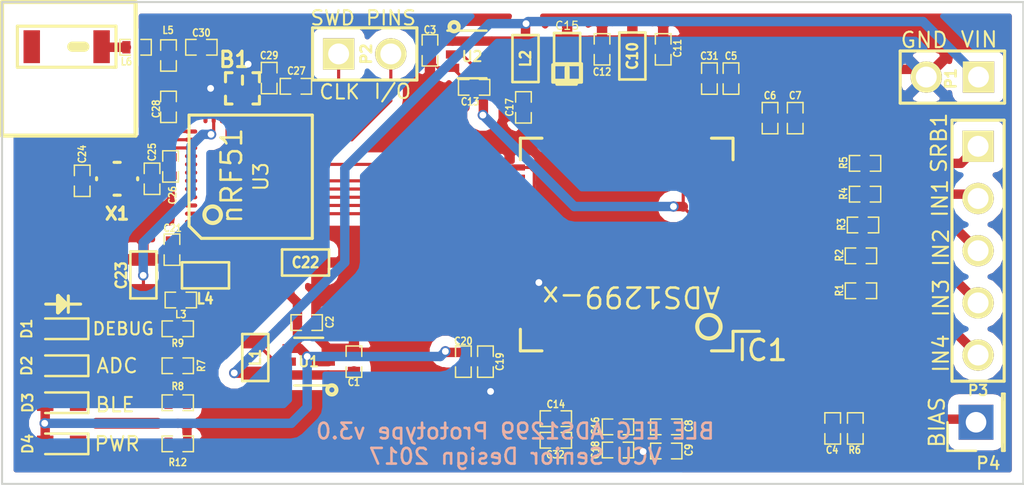
<source format=kicad_pcb>
(kicad_pcb (version 4) (host pcbnew 4.0.4-stable)
  (layers (0 F.Cu signal) (31 B.Cu signal) (34 B.Paste user) (35 F.Paste user hide) (36 B.SilkS user hide) (37 F.SilkS user) (38 B.Mask user hide) (39 F.Mask user hide) (44 Edge.Cuts user))
  (net 0 "")
  (net 1 /ANT1)
  (net 2 /ANT2)
  (net 3 /DCC)
  (net 4 /DEC1)
  (net 5 /DEC2)
  (net 6 /RF)
  (net 7 /SPI_SCLK)
  (net 8 /SPI_~CS)
  (net 9 /SWDCLK)
  (net 10 /SWDIO)
  (net 11 /VDD_PA)
  (net 12 /XC1)
  (net 13 /XC2)
  (net 14 /~DRDY)
  (net 15 VAA)
  (net 16 "Net-(A1-Pad1)")
  (net 17 "Net-(A1-Pad2)")
  (net 18 "Net-(L3-Pad1)")
  (net 19 AVSS)
  (net 20 DVDD)
  (net 21 AVDD)
  (net 22 "Net-(IC1-Pad11)")
  (net 23 "Net-(IC1-Pad12)")
  (net 24 "Net-(IC1-Pad14)")
  (net 25 "Net-(IC1-Pad16)")
  (net 26 "Net-(IC1-Pad17)")
  (net 27 "Net-(IC1-Pad18)")
  (net 28 "Net-(IC1-Pad27)")
  (net 29 "Net-(IC1-Pad29)")
  (net 30 /DIN)
  (net 31 "Net-(IC1-Pad37)")
  (net 32 /DOUT)
  (net 33 "Net-(IC1-Pad60)")
  (net 34 /BIASIN)
  (net 35 "Net-(IC1-Pad64)")
  (net 36 /IN3)
  (net 37 /IN2)
  (net 38 /IN1)
  (net 39 VCC)
  (net 40 "Net-(IC1-Pad61)")
  (net 41 "Net-(C4-Pad1)")
  (net 42 "Net-(C30-Pad2)")
  (net 43 "Net-(L1-Pad1)")
  (net 44 "Net-(L2-Pad1)")
  (net 45 "Net-(U3-Pad28)")
  (net 46 "Net-(U3-Pad27)")
  (net 47 "Net-(U3-Pad26)")
  (net 48 "Net-(U3-Pad25)")
  (net 49 "Net-(U3-Pad11)")
  (net 50 "Net-(U3-Pad10)")
  (net 51 "Net-(U3-Pad9)")
  (net 52 "Net-(U3-Pad3)")
  (net 53 "Net-(U3-Pad4)")
  (net 54 "Net-(U3-Pad8)")
  (net 55 "Net-(U3-Pad22)")
  (net 56 "Net-(U3-Pad21)")
  (net 57 "Net-(U3-Pad41)")
  (net 58 "Net-(U3-Pad42)")
  (net 59 "Net-(U3-Pad40)")
  (net 60 "Net-(U3-Pad43)")
  (net 61 "Net-(U3-Pad44)")
  (net 62 "Net-(U3-Pad45)")
  (net 63 "Net-(U3-Pad46)")
  (net 64 "Net-(U3-Pad47)")
  (net 65 "Net-(U3-Pad48)")
  (net 66 "Net-(IC1-Pad13)")
  (net 67 "Net-(IC1-Pad15)")
  (net 68 "Net-(IC1-Pad9)")
  (net 69 "Net-(IC1-Pad10)")
  (net 70 /SRB1)
  (net 71 /IN4)
  (net 72 /VREFP)
  (net 73 /VCAP4)
  (net 74 /VCAP1)
  (net 75 /VCAP3)
  (net 76 /VCAP2)
  (net 77 /LED1)
  (net 78 /LED2)
  (net 79 /LED3)
  (net 80 "Net-(D1-Pad1)")
  (net 81 "Net-(D2-Pad1)")
  (net 82 "Net-(D3-Pad1)")
  (net 83 "Net-(D4-Pad1)")
  (net 84 /~PWDN/RESET)
  (net 85 "Net-(U3-Pad19)")
  (module "Power Pads:SM0603_Tant" (layer F.Cu) (at 293.4 128.15 90)
    (fp_text reference C15 (at 1.5 0 180) (layer F.SilkS) (effects (font (size 0.4 0.4) (thickness 0.06))))
    (fp_text value 100µF hide)
    (pad 1 smd rect (at -0.762 0 90) (size 0.635 1.143) (layers F.Cu F.Paste F.Mask) (net 74 /VCAP1))
    (pad 2 smd rect (at 0.762 0 90) (size 0.635 1.143) (layers F.Cu F.Paste F.Mask) (net 19 AVSS))
  )
  (module PIN_ARRAY_2X1 (layer F.Cu) (at 283.55 128.025)
    (fp_text reference P2 (at 0.075 0 90) (layer F.SilkS) (effects (font (size 0.508 0.508) (thickness 0.127))))
    (fp_text value CONN_2 hide)
    (pad 1 thru_hole rect (at -1.27 0) (size 1.524 1.524) (drill 1.016) (layers *.Cu *.Mask F.SilkS) (net 9 /SWDCLK))
    (pad 2 thru_hole circle (at 1.27 0) (size 1.524 1.524) (drill 1.016) (layers *.Cu *.Mask F.SilkS) (net 10 /SWDIO))
  )
  (module SM0402 (layer F.Cu) (at 301.375 129.225 270)
    (fp_text reference C5 (at -1.1 0 360) (layer F.SilkS) (effects (font (size 0.35052 0.3048) (thickness 0.07112))))
    (fp_text value 1uF hide)
    (pad 1 smd rect (at -0.44958 0 270) (size 0.39878 0.59944) (layers F.Cu F.Paste F.Mask) (net 19 AVSS))
    (pad 2 smd rect (at 0.44958 0 270) (size 0.39878 0.59944) (layers F.Cu F.Paste F.Mask) (net 21 AVDD))
  )
  (module Housings_QFP:TQFP-64_10x10mm_Pitch0.5mm (layer F.Cu) (at 296.3 137.3 180)
    (fp_text reference IC1 (at -6.6 -5.15 180) (layer F.SilkS))
    (fp_text value ADS1299)
    (pad 1 smd rect (at -5.7 -3.75 180) (size 1.5 0.3) (layers F.Cu F.Paste F.Mask) (net 21 AVDD))
    (pad 2 smd rect (at -5.7 -3.25 180) (size 1.5 0.3) (layers F.Cu F.Paste F.Mask) (net 21 AVDD))
    (pad 3 smd rect (at -5.7 -2.75 180) (size 1.5 0.3) (layers F.Cu F.Paste F.Mask) (net 21 AVDD))
    (pad 4 smd rect (at -5.7 -2.25 180) (size 1.5 0.3) (layers F.Cu F.Paste F.Mask) (net 21 AVDD))
    (pad 5 smd rect (at -5.7 -1.75 180) (size 1.5 0.3) (layers F.Cu F.Paste F.Mask) (net 21 AVDD))
    (pad 6 smd rect (at -5.7 -1.25 180) (size 1.5 0.3) (layers F.Cu F.Paste F.Mask) (net 21 AVDD))
    (pad 7 smd rect (at -5.7 -0.75 180) (size 1.5 0.3) (layers F.Cu F.Paste F.Mask) (net 21 AVDD))
    (pad 8 smd rect (at -5.7 -0.25 180) (size 1.5 0.3) (layers F.Cu F.Paste F.Mask) (net 21 AVDD))
    (pad 9 smd rect (at -5.7 0.25 180) (size 1.5 0.3) (layers F.Cu F.Paste F.Mask) (net 68 "Net-(IC1-Pad9)"))
    (pad 10 smd rect (at -5.7 0.75 180) (size 1.5 0.3) (layers F.Cu F.Paste F.Mask) (net 69 "Net-(IC1-Pad10)"))
    (pad 11 smd rect (at -5.7 1.25 180) (size 1.5 0.3) (layers F.Cu F.Paste F.Mask) (net 22 "Net-(IC1-Pad11)"))
    (pad 12 smd rect (at -5.7 1.75 180) (size 1.5 0.3) (layers F.Cu F.Paste F.Mask) (net 23 "Net-(IC1-Pad12)"))
    (pad 13 smd rect (at -5.7 2.25 180) (size 1.5 0.3) (layers F.Cu F.Paste F.Mask) (net 66 "Net-(IC1-Pad13)"))
    (pad 14 smd rect (at -5.7 2.75 180) (size 1.5 0.3) (layers F.Cu F.Paste F.Mask) (net 24 "Net-(IC1-Pad14)"))
    (pad 15 smd rect (at -5.7 3.25 180) (size 1.5 0.3) (layers F.Cu F.Paste F.Mask) (net 67 "Net-(IC1-Pad15)"))
    (pad 16 smd rect (at -5.7 3.75 180) (size 1.5 0.3) (layers F.Cu F.Paste F.Mask) (net 25 "Net-(IC1-Pad16)"))
    (pad 17 smd rect (at -3.75 5.7 270) (size 1.5 0.3) (layers F.Cu F.Paste F.Mask) (net 26 "Net-(IC1-Pad17)"))
    (pad 18 smd rect (at -3.25 5.7 270) (size 1.5 0.3) (layers F.Cu F.Paste F.Mask) (net 27 "Net-(IC1-Pad18)"))
    (pad 19 smd rect (at -2.75 5.7 270) (size 1.5 0.3) (layers F.Cu F.Paste F.Mask) (net 21 AVDD))
    (pad 20 smd rect (at -2.25 5.7 270) (size 1.5 0.3) (layers F.Cu F.Paste F.Mask) (net 19 AVSS))
    (pad 21 smd rect (at -1.75 5.7 270) (size 1.5 0.3) (layers F.Cu F.Paste F.Mask) (net 21 AVDD))
    (pad 22 smd rect (at -1.25 5.7 270) (size 1.5 0.3) (layers F.Cu F.Paste F.Mask) (net 21 AVDD))
    (pad 23 smd rect (at -0.75 5.7 270) (size 1.5 0.3) (layers F.Cu F.Paste F.Mask) (net 19 AVSS))
    (pad 24 smd rect (at -0.25 5.7 270) (size 1.5 0.3) (layers F.Cu F.Paste F.Mask) (net 72 /VREFP))
    (pad 25 smd rect (at 0.25 5.7 270) (size 1.5 0.3) (layers F.Cu F.Paste F.Mask) (net 19 AVSS))
    (pad 26 smd rect (at 0.75 5.7 270) (size 1.5 0.3) (layers F.Cu F.Paste F.Mask) (net 73 /VCAP4))
    (pad 27 smd rect (at 1.25 5.7 270) (size 1.5 0.3) (layers F.Cu F.Paste F.Mask) (net 28 "Net-(IC1-Pad27)"))
    (pad 28 smd rect (at 1.75 5.7 270) (size 1.5 0.3) (layers F.Cu F.Paste F.Mask) (net 74 /VCAP1))
    (pad 29 smd rect (at 2.25 5.7 270) (size 1.5 0.3) (layers F.Cu F.Paste F.Mask) (net 29 "Net-(IC1-Pad29)"))
    (pad 30 smd rect (at 2.75 5.7 270) (size 1.5 0.3) (layers F.Cu F.Paste F.Mask) (net 76 /VCAP2))
    (pad 31 smd rect (at 3.25 5.7 270) (size 1.5 0.3) (layers F.Cu F.Paste F.Mask) (net 19 AVSS))
    (pad 32 smd rect (at 3.75 5.7 270) (size 1.5 0.3) (layers F.Cu F.Paste F.Mask) (net 19 AVSS))
    (pad 33 smd rect (at 5.7 3.75 180) (size 1.5 0.3) (layers F.Cu F.Paste F.Mask) (net 19 AVSS))
    (pad 34 smd rect (at 5.7 3.25 180) (size 1.5 0.3) (layers F.Cu F.Paste F.Mask) (net 30 /DIN))
    (pad 35 smd rect (at 5.7 2.75 180) (size 1.5 0.3) (layers F.Cu F.Paste F.Mask) (net 84 /~PWDN/RESET))
    (pad 36 smd rect (at 5.7 2.25 180) (size 1.5 0.3) (layers F.Cu F.Paste F.Mask) (net 84 /~PWDN/RESET))
    (pad 37 smd rect (at 5.7 1.75 180) (size 1.5 0.3) (layers F.Cu F.Paste F.Mask) (net 31 "Net-(IC1-Pad37)"))
    (pad 38 smd rect (at 5.7 1.25 180) (size 1.5 0.3) (layers F.Cu F.Paste F.Mask) (net 19 AVSS))
    (pad 39 smd rect (at 5.7 0.75 180) (size 1.5 0.3) (layers F.Cu F.Paste F.Mask) (net 8 /SPI_~CS))
    (pad 40 smd rect (at 5.7 0.25 180) (size 1.5 0.3) (layers F.Cu F.Paste F.Mask) (net 7 /SPI_SCLK))
    (pad 41 smd rect (at 5.7 -0.25 180) (size 1.5 0.3) (layers F.Cu F.Paste F.Mask) (net 19 AVSS))
    (pad 42 smd rect (at 5.7 -0.75 180) (size 1.5 0.3) (layers F.Cu F.Paste F.Mask) (net 19 AVSS))
    (pad 43 smd rect (at 5.7 -1.25 180) (size 1.5 0.3) (layers F.Cu F.Paste F.Mask) (net 32 /DOUT))
    (pad 44 smd rect (at 5.7 -1.75 180) (size 1.5 0.3) (layers F.Cu F.Paste F.Mask) (net 19 AVSS))
    (pad 45 smd rect (at 5.7 -2.25 180) (size 1.5 0.3) (layers F.Cu F.Paste F.Mask) (net 19 AVSS))
    (pad 46 smd rect (at 5.7 -2.75 180) (size 1.5 0.3) (layers F.Cu F.Paste F.Mask) (net 19 AVSS))
    (pad 47 smd rect (at 5.7 -3.25 180) (size 1.5 0.3) (layers F.Cu F.Paste F.Mask) (net 14 /~DRDY))
    (pad 48 smd rect (at 5.7 -3.75 180) (size 1.5 0.3) (layers F.Cu F.Paste F.Mask) (net 20 DVDD))
    (pad 49 smd rect (at 3.75 -5.7 270) (size 1.5 0.3) (layers F.Cu F.Paste F.Mask) (net 19 AVSS))
    (pad 50 smd rect (at 3.25 -5.7 270) (size 1.5 0.3) (layers F.Cu F.Paste F.Mask) (net 20 DVDD))
    (pad 51 smd rect (at 2.75 -5.7 270) (size 1.5 0.3) (layers F.Cu F.Paste F.Mask) (net 19 AVSS))
    (pad 52 smd rect (at 2.25 -5.7 270) (size 1.5 0.3) (layers F.Cu F.Paste F.Mask) (net 20 DVDD))
    (pad 53 smd rect (at 1.75 -5.7 270) (size 1.5 0.3) (layers F.Cu F.Paste F.Mask) (net 19 AVSS))
    (pad 54 smd rect (at 1.25 -5.7 270) (size 1.5 0.3) (layers F.Cu F.Paste F.Mask) (net 21 AVDD))
    (pad 55 smd rect (at 0.75 -5.7 270) (size 1.5 0.3) (layers F.Cu F.Paste F.Mask) (net 75 /VCAP3))
    (pad 56 smd rect (at 0.25 -5.7 270) (size 1.5 0.3) (layers F.Cu F.Paste F.Mask) (net 21 AVDD))
    (pad 57 smd rect (at -0.25 -5.7 270) (size 1.5 0.3) (layers F.Cu F.Paste F.Mask) (net 19 AVSS))
    (pad 58 smd rect (at -0.75 -5.7 270) (size 1.5 0.3) (layers F.Cu F.Paste F.Mask) (net 19 AVSS))
    (pad 59 smd rect (at -1.25 -5.7 270) (size 1.5 0.3) (layers F.Cu F.Paste F.Mask) (net 21 AVDD))
    (pad 60 smd rect (at -1.75 -5.7 270) (size 1.5 0.3) (layers F.Cu F.Paste F.Mask) (net 33 "Net-(IC1-Pad60)"))
    (pad 61 smd rect (at -2.25 -5.7 270) (size 1.5 0.3) (layers F.Cu F.Paste F.Mask) (net 40 "Net-(IC1-Pad61)"))
    (pad 62 smd rect (at -2.75 -5.7 270) (size 1.5 0.3) (layers F.Cu F.Paste F.Mask) (net 41 "Net-(C4-Pad1)"))
    (pad 63 smd rect (at -3.25 -5.7 270) (size 1.5 0.3) (layers F.Cu F.Paste F.Mask) (net 41 "Net-(C4-Pad1)"))
    (pad 64 smd rect (at -3.75 -5.7 270) (size 1.5 0.3) (layers F.Cu F.Paste F.Mask) (net 35 "Net-(IC1-Pad64)"))
  )
  (module SM0402 (layer F.Cu) (at 292.85 145.775)
    (fp_text reference C14 (at 0 -0.7 180) (layer F.SilkS) (effects (font (size 0.35052 0.3048) (thickness 0.07112))))
    (fp_text value 1uF hide)
    (pad 1 smd rect (at -0.44958 0) (size 0.39878 0.59944) (layers F.Cu F.Paste F.Mask) (net 19 AVSS))
    (pad 2 smd rect (at 0.44958 0) (size 0.39878 0.59944) (layers F.Cu F.Paste F.Mask) (net 21 AVDD))
  )
  (module SM0402 (layer F.Cu) (at 274.45 147)
    (fp_text reference R12 (at 0 0.9) (layer F.SilkS) (effects (font (size 0.35052 0.3048) (thickness 0.07112))))
    (fp_text value 1.kΩ hide)
    (pad 1 smd rect (at -0.44958 0) (size 0.39878 0.59944) (layers F.Cu F.Paste F.Mask) (net 83 "Net-(D4-Pad1)"))
    (pad 2 smd rect (at 0.44958 0) (size 0.39878 0.59944) (layers F.Cu F.Paste F.Mask) (net 19 AVSS))
  )
  (module LEDs:LED_0603 (layer F.Cu) (at 268.8 147 180)
    (fp_text reference D4 (at 1.65 0 270) (layer F.SilkS) (effects (font (size 0.5 0.5) (thickness 0.1))))
    (fp_text value LED)
    (pad 2 smd rect (at 0.8 0) (size 0.8 0.8) (layers F.Cu F.Paste F.Mask) (net 20 DVDD))
    (pad 1 smd rect (at -0.8 0) (size 0.8 0.8) (layers F.Cu F.Paste F.Mask) (net 83 "Net-(D4-Pad1)"))
  )
  (module SM0402 (layer F.Cu) (at 292.85 146.825)
    (fp_text reference C32 (at -0.025 0.7) (layer F.SilkS) (effects (font (size 0.35052 0.3048) (thickness 0.07112))))
    (fp_text value 0.1uF hide)
    (pad 1 smd rect (at -0.44958 0) (size 0.39878 0.59944) (layers F.Cu F.Paste F.Mask) (net 19 AVSS))
    (pad 2 smd rect (at 0.44958 0) (size 0.39878 0.59944) (layers F.Cu F.Paste F.Mask) (net 21 AVDD))
  )
  (module TO_SOT_Packages_SMD:SOT-363_SC-70-6 (layer F.Cu) (at 288.775 128.05)
    (fp_text reference U2 (at 0 0.1) (layer F.SilkS) (effects (font (size 0.5 0.5) (thickness 0.1))))
    (fp_text value TPS61222)
    (pad 1 smd rect (at -0.95 -0.65) (size 0.65 0.4) (layers F.Cu F.Paste F.Mask) (net 39 VCC))
    (pad 3 smd rect (at -0.95 0.65) (size 0.65 0.4) (layers F.Cu F.Paste F.Mask) (net 19 AVSS))
    (pad 5 smd rect (at 0.95 0) (size 0.65 0.4) (layers F.Cu F.Paste F.Mask) (net 44 "Net-(L2-Pad1)"))
    (pad 2 smd rect (at -0.95 0) (size 0.65 0.4) (layers F.Cu F.Paste F.Mask) (net 21 AVDD))
    (pad 4 smd rect (at 0.95 0.65) (size 0.65 0.4) (layers F.Cu F.Paste F.Mask) (net 21 AVDD))
    (pad 6 smd rect (at 0.95 -0.65) (size 0.65 0.4) (layers F.Cu F.Paste F.Mask) (net 39 VCC))
  )
  (module SM0402 (layer F.Cu) (at 295.1 127.8 90)
    (fp_text reference C12 (at -1.1 0 180) (layer F.SilkS) (effects (font (size 0.35052 0.3048) (thickness 0.07112))))
    (fp_text value 1uF hide)
    (pad 1 smd rect (at -0.44958 0 90) (size 0.39878 0.59944) (layers F.Cu F.Paste F.Mask) (net 73 /VCAP4))
    (pad 2 smd rect (at 0.44958 0 90) (size 0.39878 0.59944) (layers F.Cu F.Paste F.Mask) (net 19 AVSS))
  )
  (module SM0402 (layer F.Cu) (at 300.325 129.225 270)
    (fp_text reference C31 (at -1.1 0 360) (layer F.SilkS) (effects (font (size 0.35052 0.3048) (thickness 0.07112))))
    (fp_text value 0.1uF hide)
    (pad 1 smd rect (at -0.44958 0 270) (size 0.39878 0.59944) (layers F.Cu F.Paste F.Mask) (net 19 AVSS))
    (pad 2 smd rect (at 0.44958 0 270) (size 0.39878 0.59944) (layers F.Cu F.Paste F.Mask) (net 21 AVDD))
  )
  (module SM0402 (layer F.Cu) (at 289.425 143 270)
    (fp_text reference C19 (at 0 -0.7 270) (layer F.SilkS) (effects (font (size 0.35052 0.3048) (thickness 0.07112))))
    (fp_text value 1uF hide)
    (pad 1 smd rect (at -0.44958 0 270) (size 0.39878 0.59944) (layers F.Cu F.Paste F.Mask) (net 20 DVDD))
    (pad 2 smd rect (at 0.44958 0 270) (size 0.39878 0.59944) (layers F.Cu F.Paste F.Mask) (net 19 AVSS))
  )
  (module SM0402 (layer F.Cu) (at 307.9 133.35)
    (fp_text reference R5 (at -1.05 -0.03 90) (layer F.SilkS) (effects (font (size 0.35052 0.3048) (thickness 0.07112))))
    (fp_text value 30k hide)
    (pad 1 smd rect (at -0.44958 0) (size 0.39878 0.59944) (layers F.Cu F.Paste F.Mask) (net 26 "Net-(IC1-Pad17)"))
    (pad 2 smd rect (at 0.44958 0) (size 0.39878 0.59944) (layers F.Cu F.Paste F.Mask) (net 70 /SRB1))
  )
  (module SM0402 (layer F.Cu) (at 288.35 143 90)
    (fp_text reference C20 (at 1 0 180) (layer F.SilkS) (effects (font (size 0.35052 0.3048) (thickness 0.07112))))
    (fp_text value 0.1uF hide)
    (pad 1 smd rect (at -0.44958 0 90) (size 0.39878 0.59944) (layers F.Cu F.Paste F.Mask) (net 19 AVSS))
    (pad 2 smd rect (at 0.44958 0 90) (size 0.39878 0.59944) (layers F.Cu F.Paste F.Mask) (net 20 DVDD))
  )
  (module SM0402 (layer F.Cu) (at 295.875 147.3)
    (fp_text reference C18 (at -1.1 0 270) (layer F.SilkS) (effects (font (size 0.35052 0.3048) (thickness 0.07112))))
    (fp_text value 0.1uF hide)
    (pad 1 smd rect (at -0.44958 0) (size 0.39878 0.59944) (layers F.Cu F.Paste F.Mask) (net 75 /VCAP3))
    (pad 2 smd rect (at 0.44958 0) (size 0.39878 0.59944) (layers F.Cu F.Paste F.Mask) (net 19 AVSS))
  )
  (module SM0402 (layer F.Cu) (at 295.875 146.175)
    (fp_text reference C16 (at -1.1 -0.05 90) (layer F.SilkS) (effects (font (size 0.35052 0.3048) (thickness 0.07112))))
    (fp_text value 1uF hide)
    (pad 1 smd rect (at -0.44958 0) (size 0.39878 0.59944) (layers F.Cu F.Paste F.Mask) (net 75 /VCAP3))
    (pad 2 smd rect (at 0.44958 0) (size 0.39878 0.59944) (layers F.Cu F.Paste F.Mask) (net 19 AVSS))
  )
  (module SM0402 (layer F.Cu) (at 298.225 147.35 180)
    (fp_text reference C9 (at -1.1 0.05 270) (layer F.SilkS) (effects (font (size 0.35052 0.3048) (thickness 0.07112))))
    (fp_text value 0.1uF hide)
    (pad 1 smd rect (at -0.44958 0 180) (size 0.39878 0.59944) (layers F.Cu F.Paste F.Mask) (net 21 AVDD))
    (pad 2 smd rect (at 0.44958 0 180) (size 0.39878 0.59944) (layers F.Cu F.Paste F.Mask) (net 19 AVSS))
  )
  (module SM0402 (layer F.Cu) (at 291.275 130.625 270)
    (fp_text reference C17 (at 0 0.675 270) (layer F.SilkS) (effects (font (size 0.35052 0.3048) (thickness 0.07112))))
    (fp_text value 1uF hide)
    (pad 1 smd rect (at -0.44958 0 270) (size 0.39878 0.59944) (layers F.Cu F.Paste F.Mask) (net 76 /VCAP2))
    (pad 2 smd rect (at 0.44958 0 270) (size 0.39878 0.59944) (layers F.Cu F.Paste F.Mask) (net 19 AVSS))
  )
  (module SM0402 (layer F.Cu) (at 298.225 146.175 180)
    (fp_text reference C8 (at -1.1 0.05 270) (layer F.SilkS) (effects (font (size 0.35052 0.3048) (thickness 0.07112))))
    (fp_text value 1uF hide)
    (pad 1 smd rect (at -0.44958 0 180) (size 0.39878 0.59944) (layers F.Cu F.Paste F.Mask) (net 21 AVDD))
    (pad 2 smd rect (at 0.44958 0 180) (size 0.39878 0.59944) (layers F.Cu F.Paste F.Mask) (net 19 AVSS))
  )
  (module SM0402 (layer F.Cu) (at 298.075 127.8 270)
    (fp_text reference C11 (at -0.05 -0.7 450) (layer F.SilkS) (effects (font (size 0.35052 0.3048) (thickness 0.07112))))
    (fp_text value 0.1uF hide)
    (pad 1 smd rect (at -0.44958 0 270) (size 0.39878 0.59944) (layers F.Cu F.Paste F.Mask) (net 19 AVSS))
    (pad 2 smd rect (at 0.44958 0 270) (size 0.39878 0.59944) (layers F.Cu F.Paste F.Mask) (net 72 /VREFP))
  )
  (module SM0402 (layer F.Cu) (at 304.5 131.15 270)
    (fp_text reference C7 (at -1.1 0 360) (layer F.SilkS) (effects (font (size 0.35052 0.3048) (thickness 0.07112))))
    (fp_text value 0.1uF hide)
    (pad 1 smd rect (at -0.44958 0 270) (size 0.39878 0.59944) (layers F.Cu F.Paste F.Mask) (net 19 AVSS))
    (pad 2 smd rect (at 0.44958 0 270) (size 0.39878 0.59944) (layers F.Cu F.Paste F.Mask) (net 21 AVDD))
  )
  (module QFN48-6X6 (layer F.Cu) (at 278 134 90)
    (fp_text reference U3 (at 0 0.5 270) (layer F.SilkS) (effects (font (size 0.7 0.7) (thickness 0.1))))
    (fp_text value NRF51X22-QFN hide)
    (pad 30 smd oval (at 2.9 0.2 180) (size 0.2 0.6) (layers F.Cu F.Paste F.Mask) (net 11 /VDD_PA))
    (pad 29 smd oval (at 2.9 0.6 180) (size 0.2 0.6) (layers F.Cu F.Paste F.Mask) (net 5 /DEC2))
    (pad 31 smd oval (at 2.9 -0.2 180) (size 0.2 0.6) (layers F.Cu F.Paste F.Mask) (net 1 /ANT1))
    (pad 28 smd oval (at 2.9 1 180) (size 0.2 0.6) (layers F.Cu F.Paste F.Mask) (net 45 "Net-(U3-Pad28)"))
    (pad 27 smd oval (at 2.9 1.4 180) (size 0.2 0.6) (layers F.Cu F.Paste F.Mask) (net 46 "Net-(U3-Pad27)"))
    (pad 32 smd oval (at 2.9 -0.6 180) (size 0.2 0.6) (layers F.Cu F.Paste F.Mask) (net 2 /ANT2))
    (pad 33 smd oval (at 2.9 -1 180) (size 0.2 0.6) (layers F.Cu F.Paste F.Mask) (net 19 AVSS))
    (pad 34 smd oval (at 2.9 -1.4 180) (size 0.2 0.6) (layers F.Cu F.Paste F.Mask) (net 19 AVSS))
    (pad 26 smd oval (at 2.9 1.8 180) (size 0.2 0.6) (layers F.Cu F.Paste F.Mask) (net 47 "Net-(U3-Pad26)"))
    (pad 25 smd oval (at 2.9 2.2 180) (size 0.2 0.6) (layers F.Cu F.Paste F.Mask) (net 48 "Net-(U3-Pad25)"))
    (pad 36 smd oval (at 2.9 -2.2 180) (size 0.2 0.6) (layers F.Cu F.Paste F.Mask) (net 15 VAA))
    (pad 35 smd oval (at 2.9 -1.8 180) (size 0.2 0.6) (layers F.Cu F.Paste F.Mask) (net 15 VAA))
    (pad 1 smd oval (at -2.9 -2.2 180) (size 0.2 0.6) (layers F.Cu F.Paste F.Mask) (net 20 DVDD))
    (pad 11 smd oval (at -2.9 1.8 180) (size 0.2 0.6) (layers F.Cu F.Paste F.Mask) (net 49 "Net-(U3-Pad11)"))
    (pad 10 smd oval (at -2.9 1.4 180) (size 0.2 0.6) (layers F.Cu F.Paste F.Mask) (net 50 "Net-(U3-Pad10)"))
    (pad 9 smd oval (at -2.9 1 180) (size 0.2 0.6) (layers F.Cu F.Paste F.Mask) (net 51 "Net-(U3-Pad9)"))
    (pad 2 smd oval (at -2.9 -1.8 180) (size 0.2 0.6) (layers F.Cu F.Paste F.Mask) (net 3 /DCC))
    (pad 3 smd oval (at -2.9 -1.4 180) (size 0.2 0.6) (layers F.Cu F.Paste F.Mask) (net 52 "Net-(U3-Pad3)"))
    (pad 4 smd oval (at -2.9 -1 180) (size 0.2 0.6) (layers F.Cu F.Paste F.Mask) (net 53 "Net-(U3-Pad4)"))
    (pad 8 smd oval (at -2.9 0.6 180) (size 0.2 0.6) (layers F.Cu F.Paste F.Mask) (net 54 "Net-(U3-Pad8)"))
    (pad 12 smd oval (at -2.9 2.2 180) (size 0.2 0.6) (layers F.Cu F.Paste F.Mask) (net 20 DVDD))
    (pad 5 smd oval (at -2.9 -0.6 180) (size 0.2 0.6) (layers F.Cu F.Paste F.Mask) (net 77 /LED1))
    (pad 7 smd oval (at -2.9 0.2 180) (size 0.2 0.6) (layers F.Cu F.Paste F.Mask) (net 79 /LED3))
    (pad 6 smd oval (at -2.9 -0.2 180) (size 0.2 0.6) (layers F.Cu F.Paste F.Mask) (net 78 /LED2))
    (pad 23 smd oval (at 1.8 2.9 90) (size 0.2 0.6) (layers F.Cu F.Paste F.Mask) (net 10 /SWDIO))
    (pad 24 smd oval (at 2.2 2.9 90) (size 0.2 0.6) (layers F.Cu F.Paste F.Mask) (net 9 /SWDCLK))
    (pad 13 smd oval (at -2.2 2.9 90) (size 0.2 0.6) (layers F.Cu F.Paste F.Mask) (net 19 AVSS))
    (pad 14 smd oval (at -1.8 2.9 90) (size 0.2 0.6) (layers F.Cu F.Paste F.Mask) (net 14 /~DRDY))
    (pad 22 smd oval (at 1.4 2.9 90) (size 0.2 0.6) (layers F.Cu F.Paste F.Mask) (net 55 "Net-(U3-Pad22)"))
    (pad 21 smd oval (at 1 2.9 90) (size 0.2 0.6) (layers F.Cu F.Paste F.Mask) (net 56 "Net-(U3-Pad21)"))
    (pad 20 smd oval (at 0.6 2.9 90) (size 0.2 0.6) (layers F.Cu F.Paste F.Mask) (net 30 /DIN))
    (pad 15 smd oval (at -1.4 2.9 90) (size 0.2 0.6) (layers F.Cu F.Paste F.Mask) (net 32 /DOUT))
    (pad 16 smd oval (at -1 2.9 90) (size 0.2 0.6) (layers F.Cu F.Paste F.Mask) (net 7 /SPI_SCLK))
    (pad 19 smd oval (at 0.2 2.9 90) (size 0.2 0.6) (layers F.Cu F.Paste F.Mask) (net 85 "Net-(U3-Pad19)"))
    (pad 17 smd oval (at -0.6 2.9 90) (size 0.2 0.6) (layers F.Cu F.Paste F.Mask) (net 8 /SPI_~CS))
    (pad 18 smd oval (at -0.2 2.9 90) (size 0.2 0.6) (layers F.Cu F.Paste F.Mask) (net 84 /~PWDN/RESET))
    (pad 41 smd oval (at 0.6 -2.9 90) (size 0.2 0.6) (layers F.Cu F.Paste F.Mask) (net 57 "Net-(U3-Pad41)"))
    (pad 42 smd oval (at 0.2 -2.9 90) (size 0.2 0.6) (layers F.Cu F.Paste F.Mask) (net 58 "Net-(U3-Pad42)"))
    (pad 40 smd oval (at 1 -2.9 90) (size 0.2 0.6) (layers F.Cu F.Paste F.Mask) (net 59 "Net-(U3-Pad40)"))
    (pad 43 smd oval (at -0.2 -2.9 90) (size 0.2 0.6) (layers F.Cu F.Paste F.Mask) (net 60 "Net-(U3-Pad43)"))
    (pad 44 smd oval (at -0.6 -2.9 90) (size 0.2 0.6) (layers F.Cu F.Paste F.Mask) (net 61 "Net-(U3-Pad44)"))
    (pad 39 smd oval (at 1.4 -2.9 90) (size 0.2 0.6) (layers F.Cu F.Paste F.Mask) (net 4 /DEC1))
    (pad 38 smd oval (at 1.8 -2.9 90) (size 0.2 0.6) (layers F.Cu F.Paste F.Mask) (net 13 /XC2))
    (pad 37 smd oval (at 2.2 -2.9 90) (size 0.2 0.6) (layers F.Cu F.Paste F.Mask) (net 12 /XC1))
    (pad 45 smd oval (at -1 -2.9 90) (size 0.2 0.6) (layers F.Cu F.Paste F.Mask) (net 62 "Net-(U3-Pad45)"))
    (pad 46 smd oval (at -1.4 -2.9 90) (size 0.2 0.6) (layers F.Cu F.Paste F.Mask) (net 63 "Net-(U3-Pad46)"))
    (pad 47 smd oval (at -1.8 -2.9 90) (size 0.2 0.6) (layers F.Cu F.Paste F.Mask) (net 64 "Net-(U3-Pad47)"))
    (pad 48 smd oval (at -2.2 -2.9 90) (size 0.2 0.6) (layers F.Cu F.Paste F.Mask) (net 65 "Net-(U3-Pad48)"))
  )
  (module SM0402 (layer F.Cu) (at 303.275 131.15 270)
    (fp_text reference C6 (at -1.1 0 360) (layer F.SilkS) (effects (font (size 0.35052 0.3048) (thickness 0.07112))))
    (fp_text value 1uF hide)
    (pad 1 smd rect (at -0.44958 0 270) (size 0.39878 0.59944) (layers F.Cu F.Paste F.Mask) (net 19 AVSS))
    (pad 2 smd rect (at 0.44958 0 270) (size 0.39878 0.59944) (layers F.Cu F.Paste F.Mask) (net 21 AVDD))
  )
  (module SM0603 (layer F.Cu) (at 296.575 128.125 270)
    (fp_text reference C10 (at 0 0 270) (layer F.SilkS) (effects (font (size 0.508 0.4572) (thickness 0.1143))))
    (fp_text value 10uF hide)
    (pad 1 smd rect (at -0.762 0 270) (size 0.635 1.143) (layers F.Cu F.Paste F.Mask) (net 19 AVSS))
    (pad 2 smd rect (at 0.762 0 270) (size 0.635 1.143) (layers F.Cu F.Paste F.Mask) (net 72 /VREFP))
  )
  (module SM0603 (layer F.Cu) (at 278.225 142.8 270)
    (fp_text reference L1 (at 0 0 270) (layer F.SilkS) (effects (font (size 0.508 0.4572) (thickness 0.1143))))
    (fp_text value 4.7µH hide)
    (pad 1 smd rect (at -0.762 0 270) (size 0.635 1.143) (layers F.Cu F.Paste F.Mask) (net 43 "Net-(L1-Pad1)"))
    (pad 2 smd rect (at 0.762 0 270) (size 0.635 1.143) (layers F.Cu F.Paste F.Mask) (net 39 VCC))
  )
  (module SM0603 (layer F.Cu) (at 291.375 128.25 90)
    (fp_text reference L2 (at 0 0 90) (layer F.SilkS) (effects (font (size 0.508 0.4572) (thickness 0.1143))))
    (fp_text value 4.7µH hide)
    (pad 1 smd rect (at -0.762 0 90) (size 0.635 1.143) (layers F.Cu F.Paste F.Mask) (net 44 "Net-(L2-Pad1)"))
    (pad 2 smd rect (at 0.762 0 90) (size 0.635 1.143) (layers F.Cu F.Paste F.Mask) (net 39 VCC))
  )
  (module SM0402 (layer F.Cu) (at 288.875 129.65 180)
    (fp_text reference C13 (at 0.2 -0.7 180) (layer F.SilkS) (effects (font (size 0.35052 0.3048) (thickness 0.07112))))
    (fp_text value 10uF hide)
    (pad 1 smd rect (at -0.44958 0 180) (size 0.39878 0.59944) (layers F.Cu F.Paste F.Mask) (net 21 AVDD))
    (pad 2 smd rect (at 0.44958 0 180) (size 0.39878 0.59944) (layers F.Cu F.Paste F.Mask) (net 19 AVSS))
  )
  (module SM0402 (layer F.Cu) (at 286.725 127.85 270)
    (fp_text reference C3 (at -1 0 360) (layer F.SilkS) (effects (font (size 0.35052 0.3048) (thickness 0.07112))))
    (fp_text value 10uF hide)
    (pad 1 smd rect (at -0.44958 0 270) (size 0.39878 0.59944) (layers F.Cu F.Paste F.Mask) (net 39 VCC))
    (pad 2 smd rect (at 0.44958 0 270) (size 0.39878 0.59944) (layers F.Cu F.Paste F.Mask) (net 19 AVSS))
  )
  (module SM0402 (layer F.Cu) (at 280.725 141.1)
    (fp_text reference C2 (at 1.125 -0.025 90) (layer F.SilkS) (effects (font (size 0.35052 0.3048) (thickness 0.07112))))
    (fp_text value 10uF hide)
    (pad 1 smd rect (at -0.44958 0) (size 0.39878 0.59944) (layers F.Cu F.Paste F.Mask) (net 20 DVDD))
    (pad 2 smd rect (at 0.44958 0) (size 0.39878 0.59944) (layers F.Cu F.Paste F.Mask) (net 19 AVSS))
  )
  (module SM0402 (layer F.Cu) (at 283.025 143 90)
    (fp_text reference C1 (at -1 0 180) (layer F.SilkS) (effects (font (size 0.35052 0.3048) (thickness 0.07112))))
    (fp_text value 10uF hide)
    (pad 1 smd rect (at -0.44958 0 90) (size 0.39878 0.59944) (layers F.Cu F.Paste F.Mask) (net 39 VCC))
    (pad 2 smd rect (at 0.44958 0 90) (size 0.39878 0.59944) (layers F.Cu F.Paste F.Mask) (net 19 AVSS))
  )
  (module SM0402 (layer F.Cu) (at 274.45 145)
    (fp_text reference R8 (at 0 -0.8) (layer F.SilkS) (effects (font (size 0.35052 0.3048) (thickness 0.07112))))
    (fp_text value R hide)
    (pad 1 smd rect (at -0.44958 0) (size 0.39878 0.59944) (layers F.Cu F.Paste F.Mask) (net 82 "Net-(D3-Pad1)"))
    (pad 2 smd rect (at 0.44958 0) (size 0.39878 0.59944) (layers F.Cu F.Paste F.Mask) (net 79 /LED3))
  )
  (module SM0402 (layer F.Cu) (at 274.45 143.2)
    (fp_text reference R7 (at 1.15 0 90) (layer F.SilkS) (effects (font (size 0.35052 0.3048) (thickness 0.07112))))
    (fp_text value R hide)
    (pad 1 smd rect (at -0.44958 0) (size 0.39878 0.59944) (layers F.Cu F.Paste F.Mask) (net 81 "Net-(D2-Pad1)"))
    (pad 2 smd rect (at 0.44958 0) (size 0.39878 0.59944) (layers F.Cu F.Paste F.Mask) (net 78 /LED2))
  )
  (module SM0402 (layer F.Cu) (at 306.325 146.25 90)
    (fp_text reference C4 (at -1.05 -0.03 180) (layer F.SilkS) (effects (font (size 0.35052 0.3048) (thickness 0.07112))))
    (fp_text value 1.0nF hide)
    (pad 1 smd rect (at -0.44958 0 90) (size 0.39878 0.59944) (layers F.Cu F.Paste F.Mask) (net 41 "Net-(C4-Pad1)"))
    (pad 2 smd rect (at 0.44958 0 90) (size 0.39878 0.59944) (layers F.Cu F.Paste F.Mask) (net 34 /BIASIN))
  )
  (module SM0402 (layer F.Cu) (at 274.45 141.4)
    (fp_text reference R9 (at 0 0.7 180) (layer F.SilkS) (effects (font (size 0.35052 0.3048) (thickness 0.07112))))
    (fp_text value R hide)
    (pad 1 smd rect (at -0.44958 0) (size 0.39878 0.59944) (layers F.Cu F.Paste F.Mask) (net 80 "Net-(D1-Pad1)"))
    (pad 2 smd rect (at 0.44958 0) (size 0.39878 0.59944) (layers F.Cu F.Paste F.Mask) (net 77 /LED1))
  )
  (module SM0402 (layer F.Cu) (at 307.425 146.25 90)
    (fp_text reference R6 (at -1.05 -0.03 180) (layer F.SilkS) (effects (font (size 0.35052 0.3048) (thickness 0.07112))))
    (fp_text value 1MΩ hide)
    (pad 1 smd rect (at -0.44958 0 90) (size 0.39878 0.59944) (layers F.Cu F.Paste F.Mask) (net 41 "Net-(C4-Pad1)"))
    (pad 2 smd rect (at 0.44958 0 90) (size 0.39878 0.59944) (layers F.Cu F.Paste F.Mask) (net 34 /BIASIN))
  )
  (module SM0402 (layer F.Cu) (at 307.9 134.85)
    (fp_text reference R4 (at -1.05 -0.03 90) (layer F.SilkS) (effects (font (size 0.35052 0.3048) (thickness 0.07112))))
    (fp_text value 30k hide)
    (pad 1 smd rect (at -0.44958 0) (size 0.39878 0.59944) (layers F.Cu F.Paste F.Mask) (net 25 "Net-(IC1-Pad16)"))
    (pad 2 smd rect (at 0.44958 0) (size 0.39878 0.59944) (layers F.Cu F.Paste F.Mask) (net 38 /IN1))
  )
  (module SM0402 (layer F.Cu) (at 307.8 136.35)
    (fp_text reference R3 (at -1.05 -0.03 90) (layer F.SilkS) (effects (font (size 0.35052 0.3048) (thickness 0.07112))))
    (fp_text value 30k hide)
    (pad 1 smd rect (at -0.44958 0) (size 0.39878 0.59944) (layers F.Cu F.Paste F.Mask) (net 24 "Net-(IC1-Pad14)"))
    (pad 2 smd rect (at 0.44958 0) (size 0.39878 0.59944) (layers F.Cu F.Paste F.Mask) (net 37 /IN2))
  )
  (module SM0402 (layer F.Cu) (at 307.7 137.85)
    (fp_text reference R2 (at -1.05 -0.03 90) (layer F.SilkS) (effects (font (size 0.35052 0.3048) (thickness 0.07112))))
    (fp_text value 30k hide)
    (pad 1 smd rect (at -0.44958 0) (size 0.39878 0.59944) (layers F.Cu F.Paste F.Mask) (net 23 "Net-(IC1-Pad12)"))
    (pad 2 smd rect (at 0.44958 0) (size 0.39878 0.59944) (layers F.Cu F.Paste F.Mask) (net 36 /IN3))
  )
  (module SM0402 (layer F.Cu) (at 307.7 139.55)
    (fp_text reference R1 (at -1.05 -0.03 90) (layer F.SilkS) (effects (font (size 0.35052 0.3048) (thickness 0.07112))))
    (fp_text value 30k hide)
    (pad 1 smd rect (at -0.44958 0) (size 0.39878 0.59944) (layers F.Cu F.Paste F.Mask) (net 69 "Net-(IC1-Pad10)"))
    (pad 2 smd rect (at 0.44958 0) (size 0.39878 0.59944) (layers F.Cu F.Paste F.Mask) (net 71 /IN4))
  )
  (module LEDs:LED_0603 (layer F.Cu) (at 268.8 145 180)
    (fp_text reference D3 (at 1.65 0 450) (layer F.SilkS) (effects (font (size 0.5 0.5) (thickness 0.1))))
    (fp_text value LED)
    (pad 2 smd rect (at 0.8 0) (size 0.8 0.8) (layers F.Cu F.Paste F.Mask) (net 20 DVDD))
    (pad 1 smd rect (at -0.8 0) (size 0.8 0.8) (layers F.Cu F.Paste F.Mask) (net 82 "Net-(D3-Pad1)"))
  )
  (module LEDs:LED_0603 (layer F.Cu) (at 268.8 143.2 180)
    (fp_text reference D2 (at 1.7 0 450) (layer F.SilkS) (effects (font (size 0.5 0.5) (thickness 0.1))))
    (fp_text value LED)
    (pad 2 smd rect (at 0.8 0) (size 0.8 0.8) (layers F.Cu F.Paste F.Mask) (net 20 DVDD))
    (pad 1 smd rect (at -0.8 0) (size 0.8 0.8) (layers F.Cu F.Paste F.Mask) (net 81 "Net-(D2-Pad1)"))
  )
  (module 2450BM14E0003 (layer F.Cu) (at 277.6 129.7 270)
    (fp_text reference B1 (at -1.4 0.4 360) (layer F.SilkS) (effects (font (size 0.75 0.75))))
    (fp_text value 2450BM14E0003 hide)
    (pad 2 smd rect (at 0 0.425 270) (size 0.2 0.55) (layers F.Cu F.Paste F.Mask) (net 19 AVSS))
    (pad 5 smd rect (at 0 -0.425 270) (size 0.2 0.55) (layers F.Cu F.Paste F.Mask) (net 11 /VDD_PA))
    (pad 6 smd rect (at -0.45 -0.425 270) (size 0.2 0.55) (layers F.Cu F.Paste F.Mask) (net 19 AVSS))
    (pad 4 smd rect (at 0.45 -0.425 270) (size 0.2 0.55) (layers F.Cu F.Paste F.Mask) (net 1 /ANT1))
    (pad 1 smd rect (at -0.45 0.425 270) (size 0.2 0.55) (layers F.Cu F.Paste F.Mask) (net 6 /RF))
    (pad 3 smd rect (at 0.45 0.425 270) (size 0.2 0.55) (layers F.Cu F.Paste F.Mask) (net 2 /ANT2))
  )
  (module PIN_ARRAY_2X1 (layer F.Cu) (at 312.15 129.15 180)
    (fp_text reference P1 (at 0.075 -0.075 450) (layer F.SilkS) (effects (font (size 0.508 0.508) (thickness 0.127))))
    (fp_text value CONN_2 hide)
    (pad 1 thru_hole rect (at -1.27 0 180) (size 1.524 1.524) (drill 1.016) (layers *.Cu *.Mask F.SilkS) (net 39 VCC))
    (pad 2 thru_hole circle (at 1.27 0 180) (size 1.524 1.524) (drill 1.016) (layers *.Cu *.Mask F.SilkS) (net 19 AVSS))
  )
  (module SM0603 (layer F.Cu) (at 275.8 138.8 180)
    (fp_text reference L4 (at 0.02 -1.14 180) (layer F.SilkS) (effects (font (size 0.508 0.4572) (thickness 0.1143))))
    (fp_text value 10uH hide)
    (pad 1 smd rect (at -0.762 0 180) (size 0.635 1.143) (layers F.Cu F.Paste F.Mask) (net 3 /DCC))
    (pad 2 smd rect (at 0.762 0 180) (size 0.635 1.143) (layers F.Cu F.Paste F.Mask) (net 18 "Net-(L3-Pad1)"))
  )
  (module CRYSTAL-SMD-2.0MMx1.6MM (layer F.Cu) (at 271.5 134.1)
    (fp_text reference X1 (at 0 1.7) (layer F.SilkS) (effects (font (size 0.6 0.6))))
    (fp_text value 16MHz hide)
    (pad 4 smd rect (at -0.7 -0.55) (size 0.9 0.8) (layers F.Cu F.Paste F.Mask) (net 19 AVSS))
    (pad 3 smd rect (at 0.7 -0.55) (size 0.9 0.8) (layers F.Cu F.Paste F.Mask) (net 13 /XC2))
    (pad 1 smd rect (at -0.7 0.55) (size 0.9 0.8) (layers F.Cu F.Paste F.Mask) (net 12 /XC1))
    (pad 2 smd rect (at 0.7 0.55) (size 0.9 0.8) (layers F.Cu F.Paste F.Mask) (net 19 AVSS))
  )
  (module SM0402 (layer F.Cu) (at 274 130.6 90)
    (fp_text reference C28 (at -0.1 -0.6 90) (layer F.SilkS) (effects (font (size 0.35052 0.3048) (thickness 0.07112))))
    (fp_text value 1nF hide)
    (pad 1 smd rect (at -0.44958 0 90) (size 0.39878 0.59944) (layers F.Cu F.Paste F.Mask) (net 15 VAA))
    (pad 2 smd rect (at 0.44958 0 90) (size 0.39878 0.59944) (layers F.Cu F.Paste F.Mask) (net 19 AVSS))
  )
  (module SM0402 (layer F.Cu) (at 274.1 133.5 270)
    (fp_text reference C26 (at 1.4 -0.1 270) (layer F.SilkS) (effects (font (size 0.35052 0.3048) (thickness 0.07112))))
    (fp_text value 100nF hide)
    (pad 1 smd rect (at -0.44958 0 270) (size 0.39878 0.59944) (layers F.Cu F.Paste F.Mask) (net 4 /DEC1))
    (pad 2 smd rect (at 0.44958 0 270) (size 0.39878 0.59944) (layers F.Cu F.Paste F.Mask) (net 19 AVSS))
  )
  (module SM0402 (layer F.Cu) (at 269.8 134.2 270)
    (fp_text reference C24 (at -1.3 0 270) (layer F.SilkS) (effects (font (size 0.35052 0.3048) (thickness 0.07112))))
    (fp_text value "12pF 2%" hide)
    (pad 1 smd rect (at -0.44958 0 270) (size 0.39878 0.59944) (layers F.Cu F.Paste F.Mask) (net 19 AVSS))
    (pad 2 smd rect (at 0.44958 0 270) (size 0.39878 0.59944) (layers F.Cu F.Paste F.Mask) (net 12 /XC1))
  )
  (module SM0402 (layer F.Cu) (at 273.2 134.1 90)
    (fp_text reference C25 (at 1.3 0 90) (layer F.SilkS) (effects (font (size 0.35052 0.3048) (thickness 0.07112))))
    (fp_text value "12pF 2%" hide)
    (pad 1 smd rect (at -0.44958 0 90) (size 0.39878 0.59944) (layers F.Cu F.Paste F.Mask) (net 19 AVSS))
    (pad 2 smd rect (at 0.44958 0 90) (size 0.39878 0.59944) (layers F.Cu F.Paste F.Mask) (net 13 /XC2))
  )
  (module SM0402 (layer F.Cu) (at 280.2 129.6)
    (fp_text reference C27 (at 0.025 -0.75 180) (layer F.SilkS) (effects (font (size 0.35052 0.3048) (thickness 0.07112))))
    (fp_text value 47nF hide)
    (pad 1 smd rect (at -0.44958 0) (size 0.39878 0.59944) (layers F.Cu F.Paste F.Mask) (net 5 /DEC2))
    (pad 2 smd rect (at 0.44958 0) (size 0.39878 0.59944) (layers F.Cu F.Paste F.Mask) (net 19 AVSS))
  )
  (module SM0402 (layer F.Cu) (at 274.17 137.55 270)
    (fp_text reference C21 (at -1.05 -0.03 360) (layer F.SilkS) (effects (font (size 0.35052 0.3048) (thickness 0.07112))))
    (fp_text value 4.7uF hide)
    (pad 1 smd rect (at -0.44958 0 270) (size 0.39878 0.59944) (layers F.Cu F.Paste F.Mask) (net 20 DVDD))
    (pad 2 smd rect (at 0.44958 0 270) (size 0.39878 0.59944) (layers F.Cu F.Paste F.Mask) (net 19 AVSS))
  )
  (module SM0402 (layer F.Cu) (at 278.9 129.2 90)
    (fp_text reference C29 (at 1.1 0 180) (layer F.SilkS) (effects (font (size 0.35052 0.3048) (thickness 0.07112))))
    (fp_text value 2.2nF hide)
    (pad 1 smd rect (at -0.44958 0 90) (size 0.39878 0.59944) (layers F.Cu F.Paste F.Mask) (net 11 /VDD_PA))
    (pad 2 smd rect (at 0.44958 0 90) (size 0.39878 0.59944) (layers F.Cu F.Paste F.Mask) (net 19 AVSS))
  )
  (module JTI-2450AT18A100-CHIP-ANT (layer F.Cu) (at 269.045 127.673 180)
    (fp_text reference A1 hide)
    (fp_text value CHIP-ANT hide)
    (pad 1 smd rect (at -1.7 0 180) (size 0.8 1.6) (layers F.Cu F.Paste F.Mask) (net 16 "Net-(A1-Pad1)"))
    (pad 2 smd rect (at 1.7 0 180) (size 0.8 1.6) (layers F.Cu F.Paste F.Mask) (net 17 "Net-(A1-Pad2)"))
  )
  (module SM0402 (layer F.Cu) (at 272.4 127.7 180)
    (fp_text reference L6 (at 0.45 -0.7 180) (layer F.SilkS) (effects (font (size 0.35052 0.3048) (thickness 0.07112))))
    (fp_text value 3.9nH hide)
    (pad 1 smd rect (at -0.44958 0 180) (size 0.39878 0.59944) (layers F.Cu F.Paste F.Mask) (net 42 "Net-(C30-Pad2)"))
    (pad 2 smd rect (at 0.44958 0 180) (size 0.39878 0.59944) (layers F.Cu F.Paste F.Mask) (net 16 "Net-(A1-Pad1)"))
  )
  (module SM0402 (layer F.Cu) (at 274 128.1 270)
    (fp_text reference L5 (at -1.23 0.02 360) (layer F.SilkS) (effects (font (size 0.35052 0.3048) (thickness 0.07112))))
    (fp_text value 2.7nH hide)
    (pad 1 smd rect (at -0.44958 0 270) (size 0.39878 0.59944) (layers F.Cu F.Paste F.Mask) (net 42 "Net-(C30-Pad2)"))
    (pad 2 smd rect (at 0.44958 0 270) (size 0.39878 0.59944) (layers F.Cu F.Paste F.Mask) (net 19 AVSS))
  )
  (module SM0402 (layer F.Cu) (at 275.6 127.7 180)
    (fp_text reference C30 (at 0 0.7 180) (layer F.SilkS) (effects (font (size 0.35052 0.3048) (thickness 0.07112))))
    (fp_text value 1.0pF hide)
    (pad 1 smd rect (at -0.44958 0 180) (size 0.39878 0.59944) (layers F.Cu F.Paste F.Mask) (net 6 /RF))
    (pad 2 smd rect (at 0.44958 0 180) (size 0.39878 0.59944) (layers F.Cu F.Paste F.Mask) (net 42 "Net-(C30-Pad2)"))
  )
  (module SM0402 (layer F.Cu) (at 274.6 140 180)
    (fp_text reference L3 (at 0 -0.7 180) (layer F.SilkS) (effects (font (size 0.35052 0.3048) (thickness 0.07112))))
    (fp_text value 15nH hide)
    (pad 1 smd rect (at -0.44958 0 180) (size 0.39878 0.59944) (layers F.Cu F.Paste F.Mask) (net 18 "Net-(L3-Pad1)"))
    (pad 2 smd rect (at 0.44958 0 180) (size 0.39878 0.59944) (layers F.Cu F.Paste F.Mask) (net 15 VAA))
  )
  (module SM0603 (layer F.Cu) (at 272.78 138.78 90)
    (fp_text reference C23 (at -0.02 -1.08 90) (layer F.SilkS) (effects (font (size 0.508 0.4572) (thickness 0.1143))))
    (fp_text value 1uF hide)
    (pad 1 smd rect (at -0.762 0 90) (size 0.635 1.143) (layers F.Cu F.Paste F.Mask) (net 15 VAA))
    (pad 2 smd rect (at 0.762 0 90) (size 0.635 1.143) (layers F.Cu F.Paste F.Mask) (net 19 AVSS))
  )
  (module SM0603 (layer F.Cu) (at 280.67 138.176)
    (fp_text reference C22 (at 0 0) (layer F.SilkS) (effects (font (size 0.508 0.4572) (thickness 0.1143))))
    (fp_text value 100nF hide)
    (pad 1 smd rect (at -0.762 0) (size 0.635 1.143) (layers F.Cu F.Paste F.Mask) (net 20 DVDD))
    (pad 2 smd rect (at 0.762 0) (size 0.635 1.143) (layers F.Cu F.Paste F.Mask) (net 19 AVSS))
  )
  (module TO_SOT_Packages_SMD:SOT-363_SC-70-6 (layer F.Cu) (at 280.825 143 180)
    (fp_text reference U1 (at 0 0 180) (layer F.SilkS) (effects (font (size 0.5 0.5) (thickness 0.1))))
    (fp_text value TPS61221)
    (pad 1 smd rect (at -0.95 -0.65 180) (size 0.65 0.4) (layers F.Cu F.Paste F.Mask) (net 39 VCC))
    (pad 3 smd rect (at -0.95 0.65 180) (size 0.65 0.4) (layers F.Cu F.Paste F.Mask) (net 19 AVSS))
    (pad 5 smd rect (at 0.95 0 180) (size 0.65 0.4) (layers F.Cu F.Paste F.Mask) (net 43 "Net-(L1-Pad1)"))
    (pad 2 smd rect (at -0.95 0 180) (size 0.65 0.4) (layers F.Cu F.Paste F.Mask) (net 20 DVDD))
    (pad 4 smd rect (at 0.95 0.65 180) (size 0.65 0.4) (layers F.Cu F.Paste F.Mask) (net 20 DVDD))
    (pad 6 smd rect (at 0.95 -0.65 180) (size 0.65 0.4) (layers F.Cu F.Paste F.Mask) (net 39 VCC))
  )
  (module LEDs:LED_0603 (layer F.Cu) (at 268.8 141.4 180)
    (fp_text reference D1 (at 1.7 0 270) (layer F.SilkS) (effects (font (size 0.5 0.5) (thickness 0.1))))
    (fp_text value LED)
    (pad 2 smd rect (at 0.8 0) (size 0.8 0.8) (layers F.Cu F.Paste F.Mask) (net 20 DVDD))
    (pad 1 smd rect (at -0.8 0) (size 0.8 0.8) (layers F.Cu F.Paste F.Mask) (net 80 "Net-(D1-Pad1)"))
  )
  (module PIN_ARRAY_5x1:PIN_ARRAY_5x1 (layer F.Cu) (at 313.4 137.6 270)
    (fp_text reference P3 (at 6.8 0 360) (layer F.SilkS) (effects (font (size 0.5 0.5) (thickness 0.1))))
    (fp_text value CONN_5 hide)
    (pad 1 thru_hole rect (at -5.08 0 270) (size 1.524 1.524) (drill 1.016) (layers *.Cu *.Mask F.SilkS) (net 70 /SRB1))
    (pad 2 thru_hole circle (at -2.54 0 270) (size 1.524 1.524) (drill 1.016) (layers *.Cu *.Mask F.SilkS) (net 38 /IN1))
    (pad 3 thru_hole circle (at 0 0 270) (size 1.524 1.524) (drill 1.016) (layers *.Cu *.Mask F.SilkS) (net 37 /IN2))
    (pad 4 thru_hole circle (at 2.54 0 270) (size 1.524 1.524) (drill 1.016) (layers *.Cu *.Mask F.SilkS) (net 36 /IN3))
    (pad 5 thru_hole circle (at 5.08 0 270) (size 1.524 1.524) (drill 1.016) (layers *.Cu *.Mask F.SilkS) (net 71 /IN4))
  )
  (module Pin_Headers:Pin_Header_Straight_1x01_Pitch2.54mm (layer F.Cu) (at 313.3 145.95 90)
    (fp_text reference P4 (at -2 0.6 180) (layer F.SilkS) (effects (font (size 0.6 0.6) (thickness 0.1))))
    (fp_text value CONN_1)
    (pad 1 thru_hole rect (at 0 0 90) (size 1.7 1.7) (drill 1) (layers *.Cu *.Mask) (net 34 /BIASIN))
  )
  (gr_line (start 265.9 125.5) (end 265.9 125.55) (angle 90) (layer Edge.Cuts) (width 0.1))
  (gr_line (start 315.6 125.5) (end 265.9 125.5) (angle 90) (layer Edge.Cuts) (width 0.1))
  (gr_line (start 315.6 148.95) (end 315.6 125.5) (angle 90) (layer Edge.Cuts) (width 0.1))
  (gr_line (start 265.9 148.95) (end 315.6 148.95) (angle 90) (layer Edge.Cuts) (width 0.1))
  (gr_text "SWD PINS" (at 283.475 126.275) (layer F.SilkS) (effects (font (size 0.7 0.7) (thickness 0.1))))
  (gr_text I/O (at 284.9 129.85) (layer F.SilkS) (effects (font (size 0.7 0.7) (thickness 0.1))))
  (gr_line (start 265.9 125.5) (end 265.95 125.5) (angle 90) (layer F.SilkS) (width 0.2))
  (gr_line (start 265.9 132) (end 265.9 125.5) (angle 90) (layer F.SilkS) (width 0.2))
  (gr_line (start 272.4 132) (end 265.9 132) (angle 90) (layer F.SilkS) (width 0.2))
  (gr_line (start 272.4 125.5) (end 272.4 132) (angle 90) (layer F.SilkS) (width 0.2))
  (gr_line (start 265.9 125.5) (end 272.4 125.5) (angle 90) (layer F.SilkS) (width 0.2))
  (gr_text DEBUG (at 271.8 141.4) (layer F.SilkS) (effects (font (size 0.6 0.6) (thickness 0.1))))
  (gr_text ADC (at 271.5 143.2) (layer F.SilkS) (effects (font (size 0.7 0.7) (thickness 0.1))))
  (gr_text BLE (at 271.4 145.1) (layer F.SilkS) (effects (font (size 0.7 0.7) (thickness 0.1))))
  (gr_text "PWR\n" (at 271.5 147) (layer F.SilkS) (effects (font (size 0.7 0.7) (thickness 0.1))))
  (gr_line (start 268.825 140.2) (end 268.725 140.3) (angle 90) (layer F.SilkS) (width 0.2))
  (gr_line (start 268.825 140.1) (end 268.725 140.1) (angle 90) (layer F.SilkS) (width 0.2))
  (gr_line (start 268.025 140.2) (end 269.725 140.2) (angle 90) (layer F.SilkS) (width 0.15))
  (gr_line (start 269.125 139.8) (end 269.125 140.6) (angle 90) (layer F.SilkS) (width 0.15))
  (gr_line (start 268.625 140.6) (end 269.025 140.2) (angle 90) (layer F.SilkS) (width 0.2))
  (gr_line (start 268.625 139.8) (end 269.025 140.2) (angle 90) (layer F.SilkS) (width 0.2))
  (gr_line (start 268.625 140.6) (end 268.625 139.8) (angle 90) (layer F.SilkS) (width 0.2))
  (gr_line (start 265.9 125.5) (end 265.9 148.95) (angle 90) (layer Edge.Cuts) (width 0.1))
  (gr_text ADS1299-x (at 296.525 139.85 180) (layer F.SilkS) (effects (font (size 1 1) (thickness 0.125))))
  (gr_text nRF51 (at 277.075 133.95 90) (layer F.SilkS) (effects (font (size 1 1) (thickness 0.125))))
  (gr_text BIAS (at 311.4 145.95 90) (layer F.SilkS) (effects (font (size 0.74 0.75) (thickness 0.1))))
  (gr_text IN4 (at 311.6 142.6 90) (layer F.SilkS) (effects (font (size 0.74 0.75) (thickness 0.1))))
  (gr_text IN3 (at 311.6 139.9 90) (layer F.SilkS) (effects (font (size 0.74 0.75) (thickness 0.1))))
  (gr_text IN2 (at 311.6 137.45 90) (layer F.SilkS) (effects (font (size 0.74 0.75) (thickness 0.1))))
  (gr_text SRB1 (at 311.5 132.35 90) (layer F.SilkS) (effects (font (size 0.74 0.75) (thickness 0.1))))
  (gr_text IN1 (at 311.55 135.05 90) (layer F.SilkS) (effects (font (size 0.74 0.75) (thickness 0.1))))
  (gr_circle (center 281.95 144.375) (end 282.15 144.475) (layer F.SilkS) (width 0.2))
  (gr_circle (center 287.9 126.7) (end 288.1 126.8) (layer F.SilkS) (width 0.2))
  (gr_circle (center 300.3 141.3) (end 300.75 141.65) (layer F.SilkS) (width 0.2))
  (gr_circle (center 276.15 135.85) (end 276.5 136.05) (layer F.SilkS) (width 0.2))
  (gr_text CLK (at 282.325 129.875) (layer F.SilkS) (effects (font (size 0.7 0.7) (thickness 0.1))))
  (gr_text GND (at 310.775 127.35) (layer F.SilkS) (effects (font (size 0.75 0.75) (thickness 0.1))))
  (gr_text VIN (at 313.45 127.325) (layer F.SilkS) (effects (font (size 0.75 0.75) (thickness 0.1))))
  (gr_line (start 269.9 127.673) (end 269.32 127.673) (angle 90) (layer F.SilkS) (width 0.5))
  (gr_text "BLE EEG ADS1299 Prototype v3.0\nVCU Senior Design 2017" (at 290.875 147) (layer B.SilkS) (effects (font (size 0.762 0.762) (thickness 0.127)) (justify mirror)))
  (segment (start 277.8 131.1) (end 277.8 130.375) (width 0.1524) (layer F.Cu) (net 1))
  (segment (start 277.8 130.375) (end 278.025 130.15) (width 0.1524) (layer F.Cu) (net 1))
  (segment (start 277.4 131.1) (end 277.4 130.375) (width 0.1524) (layer F.Cu) (net 2))
  (segment (start 277.4 130.375) (end 277.175 130.15) (width 0.1524) (layer F.Cu) (net 2))
  (segment (start 276.562 138.8) (end 276.4 138.8) (width 0.152) (layer F.Cu) (net 3))
  (segment (start 276.4 138.8) (end 276.2 138.6) (width 0.152) (layer F.Cu) (net 3))
  (segment (start 276.2 136.9) (end 276.2 138.6) (width 0.152) (layer F.Cu) (net 3))
  (segment (start 275.1 132.6) (end 274.2 132.6) (width 0.1524) (layer F.Cu) (net 4))
  (segment (start 274.1 132.7) (end 274.1 133.05042) (width 0.1524) (layer F.Cu) (net 4))
  (segment (start 274.2 132.6) (end 274.1 132.7) (width 0.1524) (layer F.Cu) (net 4))
  (segment (start 278.6 131.1) (end 278.6 130.8) (width 0.1524) (layer F.Cu) (net 5))
  (segment (start 279.75042 129.64958) (end 279.75042 129.6) (width 0.1524) (layer F.Cu) (net 5))
  (segment (start 278.6 130.8) (end 279.75042 129.64958) (width 0.1524) (layer F.Cu) (net 5))
  (segment (start 277.175 129.25) (end 277.175 129.135) (width 0.1524) (layer F.Cu) (net 6))
  (segment (start 276.7 127.7) (end 277.175 128.175) (width 0.4572) (layer F.Cu) (net 6))
  (segment (start 276.7 127.7) (end 276.04958 127.7) (width 0.4572) (layer F.Cu) (net 6))
  (segment (start 277.175 128.175) (end 277.175 129.135) (width 0.4572) (layer F.Cu) (net 6))
  (segment (start 280.9 135) (end 288.275 135) (width 0.152) (layer F.Cu) (net 7))
  (segment (start 289.475 137.05) (end 290.6 137.05) (width 0.152) (layer F.Cu) (net 7))
  (segment (start 288.625 136.2) (end 289.475 137.05) (width 0.152) (layer F.Cu) (net 7))
  (segment (start 288.625 135.35) (end 288.625 136.2) (width 0.152) (layer F.Cu) (net 7))
  (segment (start 288.275 135) (end 288.625 135.35) (width 0.152) (layer F.Cu) (net 7))
  (segment (start 280.9 134.6) (end 288.675 134.6) (width 0.152) (layer F.Cu) (net 8))
  (segment (start 289.575 136.55) (end 290.6 136.55) (width 0.152) (layer F.Cu) (net 8))
  (segment (start 289 135.975) (end 289.575 136.55) (width 0.152) (layer F.Cu) (net 8))
  (segment (start 289 134.925) (end 289 135.975) (width 0.152) (layer F.Cu) (net 8))
  (segment (start 288.675 134.6) (end 289 134.925) (width 0.152) (layer F.Cu) (net 8))
  (segment (start 290.5 136.65) (end 290.6 136.55) (width 0.152) (layer F.Cu) (net 8))
  (segment (start 280.9 131.8) (end 281.4 131.8) (width 0.152) (layer F.Cu) (net 9))
  (segment (start 282.28 130.92) (end 282.28 128.025) (width 0.152) (layer F.Cu) (net 9))
  (segment (start 281.4 131.8) (end 282.28 130.92) (width 0.152) (layer F.Cu) (net 9))
  (segment (start 280.9 131.8) (end 280.95 131.8) (width 0.152) (layer F.Cu) (net 9))
  (segment (start 280.9 131.8) (end 281.1 131.8) (width 0.1524) (layer F.Cu) (net 9))
  (segment (start 280.9 132.2) (end 282.925 132.2) (width 0.152) (layer F.Cu) (net 10))
  (segment (start 284.82 130.305) (end 284.82 128.025) (width 0.152) (layer F.Cu) (net 10))
  (segment (start 282.925 132.2) (end 284.82 130.305) (width 0.152) (layer F.Cu) (net 10))
  (segment (start 278.9 129.64958) (end 278.9 130) (width 0.1524) (layer F.Cu) (net 11))
  (segment (start 278.2 130.7) (end 278.2 131.1) (width 0.1524) (layer F.Cu) (net 11))
  (segment (start 278.9 130) (end 278.2 130.7) (width 0.1524) (layer F.Cu) (net 11))
  (segment (start 278.025 129.7) (end 278.84958 129.7) (width 0.1524) (layer F.Cu) (net 11))
  (segment (start 278.84958 129.7) (end 278.9 129.64958) (width 0.1524) (layer F.Cu) (net 11))
  (segment (start 275.1 131.8) (end 274 131.8) (width 0.1524) (layer F.Cu) (net 12))
  (segment (start 271.05 134.65) (end 270.8 134.65) (width 0.1524) (layer F.Cu) (net 12))
  (segment (start 271.5 134.2) (end 271.05 134.65) (width 0.1524) (layer F.Cu) (net 12))
  (segment (start 271.5 133) (end 271.5 134.2) (width 0.1524) (layer F.Cu) (net 12))
  (segment (start 271.7 132.8) (end 271.5 133) (width 0.1524) (layer F.Cu) (net 12))
  (segment (start 272.4 132.8) (end 271.7 132.8) (width 0.1524) (layer F.Cu) (net 12))
  (segment (start 273 132.2) (end 272.4 132.8) (width 0.1524) (layer F.Cu) (net 12))
  (segment (start 273.6 132.2) (end 273 132.2) (width 0.1524) (layer F.Cu) (net 12))
  (segment (start 274 131.8) (end 273.6 132.2) (width 0.1524) (layer F.Cu) (net 12))
  (segment (start 269.8 134.64958) (end 270.79958 134.64958) (width 0.1524) (layer F.Cu) (net 12))
  (segment (start 270.79958 134.64958) (end 270.8 134.65) (width 0.1524) (layer F.Cu) (net 12))
  (segment (start 275.1 132.2) (end 274.1 132.2) (width 0.1524) (layer F.Cu) (net 13))
  (segment (start 273.15 132.6) (end 272.2 133.55) (width 0.1524) (layer F.Cu) (net 13))
  (segment (start 273.7 132.6) (end 273.15 132.6) (width 0.1524) (layer F.Cu) (net 13))
  (segment (start 274.1 132.2) (end 273.7 132.6) (width 0.1524) (layer F.Cu) (net 13))
  (segment (start 273.2 133.65042) (end 272.30042 133.65042) (width 0.1524) (layer F.Cu) (net 13))
  (segment (start 272.30042 133.65042) (end 272.2 133.55) (width 0.1524) (layer F.Cu) (net 13))
  (segment (start 280.9 135.8) (end 287.525 135.8) (width 0.152) (layer F.Cu) (net 14))
  (segment (start 289.525 140.55) (end 290.6 140.55) (width 0.152) (layer F.Cu) (net 14))
  (segment (start 289.1 140.125) (end 289.525 140.55) (width 0.152) (layer F.Cu) (net 14))
  (segment (start 289.1 137.9) (end 289.1 140.125) (width 0.152) (layer F.Cu) (net 14))
  (segment (start 287.875 136.675) (end 289.1 137.9) (width 0.152) (layer F.Cu) (net 14))
  (segment (start 287.875 136.15) (end 287.875 136.675) (width 0.152) (layer F.Cu) (net 14))
  (segment (start 287.525 135.8) (end 287.875 136.15) (width 0.152) (layer F.Cu) (net 14))
  (segment (start 274.15042 140) (end 273.238 140) (width 0.152) (layer F.Cu) (net 15))
  (segment (start 273.238 140) (end 272.78 139.542) (width 0.152) (layer F.Cu) (net 15))
  (segment (start 276.07 131.94) (end 275.66 131.94) (width 0.4572) (layer B.Cu) (net 15))
  (segment (start 272.77 137.21) (end 272.77 138.8) (width 0.4572) (layer B.Cu) (net 15))
  (segment (start 276.2 131.81) (end 276.07 131.94) (width 0.1524) (layer F.Cu) (net 15))
  (via (at 276.07 131.94) (size 0.508) (layers F.Cu B.Cu) (net 15))
  (segment (start 276.2 131.1) (end 276.2 131.81) (width 0.1524) (layer F.Cu) (net 15))
  (segment (start 272.78 138.81) (end 272.77 138.8) (width 0.1524) (layer F.Cu) (net 15))
  (via (at 272.77 138.8) (size 0.508) (layers F.Cu B.Cu) (net 15))
  (segment (start 272.78 138.81) (end 272.78 139.542) (width 0.1524) (layer F.Cu) (net 15))
  (segment (start 275.1 134.88) (end 272.77 137.21) (width 0.4572) (layer B.Cu) (net 15))
  (segment (start 275.1 132.5) (end 275.1 134.88) (width 0.4572) (layer B.Cu) (net 15))
  (segment (start 275.66 131.94) (end 275.1 132.5) (width 0.4572) (layer B.Cu) (net 15))
  (segment (start 272.808 139.57) (end 272.78 139.542) (width 0.1524) (layer F.Cu) (net 15))
  (segment (start 275.8 131.1) (end 274.05042 131.1) (width 0.1524) (layer F.Cu) (net 15))
  (segment (start 274.05042 131.1) (end 274 131.04958) (width 0.1524) (layer F.Cu) (net 15))
  (segment (start 276.2 131.1) (end 275.8 131.1) (width 0.1524) (layer F.Cu) (net 15))
  (segment (start 271.95042 127.7) (end 270.772 127.7) (width 0.46) (layer F.Cu) (net 16))
  (segment (start 270.772 127.7) (end 270.745 127.673) (width 0.46) (layer F.Cu) (net 16))
  (segment (start 275.04958 140) (end 275.04958 138.81158) (width 0.152) (layer F.Cu) (net 18))
  (segment (start 275.04958 138.81158) (end 275.038 138.8) (width 0.152) (layer F.Cu) (net 18))
  (segment (start 274.89958 147) (end 281.2 147) (width 0.4572) (layer F.Cu) (net 19))
  (segment (start 284.35 143.85) (end 284.35 143.525) (width 0.4572) (layer F.Cu) (net 19))
  (segment (start 281.2 147) (end 284.35 143.85) (width 0.4572) (layer F.Cu) (net 19))
  (segment (start 291.8 138.775) (end 291.8 138.925) (width 0.152) (layer F.Cu) (net 19))
  (segment (start 289.675 141.5) (end 289.675 144.45) (width 0.152) (layer B.Cu) (net 19))
  (segment (start 292.025 139.15) (end 289.675 141.5) (width 0.152) (layer B.Cu) (net 19))
  (via (at 292.025 139.15) (size 0.508) (drill 0.3302) (layers F.Cu B.Cu) (net 19))
  (segment (start 291.8 138.925) (end 292.025 139.15) (width 0.152) (layer F.Cu) (net 19))
  (segment (start 289.425 143.44958) (end 289.425 144.2) (width 0.152) (layer F.Cu) (net 19))
  (segment (start 289.425 144.2) (end 289.675 144.45) (width 0.152) (layer F.Cu) (net 19))
  (via (at 289.675 144.45) (size 0.508) (drill 0.3302) (layers F.Cu B.Cu) (net 19))
  (via (at 297.1 147.375) (size 0.508) (drill 0.3302) (layers F.Cu B.Cu) (net 19))
  (segment (start 289.675 144.45) (end 292.6 147.375) (width 0.152) (layer B.Cu) (net 19))
  (segment (start 292.6 147.375) (end 297.1 147.375) (width 0.152) (layer B.Cu) (net 19))
  (segment (start 297.1 147.375) (end 297.1 147.35) (width 0.152) (layer F.Cu) (net 19))
  (segment (start 297.1 147.35) (end 297.1 147.375) (width 0.152) (layer F.Cu) (net 19))
  (segment (start 297.1 147.375) (end 297.1 147.35) (width 0.152) (layer F.Cu) (net 19))
  (segment (start 297.77542 147.35) (end 297.1 147.35) (width 0.152) (layer F.Cu) (net 19))
  (segment (start 297.1 147.35) (end 296.37458 147.35) (width 0.152) (layer F.Cu) (net 19))
  (segment (start 296.37458 147.35) (end 296.32458 147.3) (width 0.152) (layer F.Cu) (net 19))
  (segment (start 297.05 131.6) (end 297.05 130.775) (width 0.152) (layer F.Cu) (net 19))
  (segment (start 299.04958 128.77542) (end 300.325 128.77542) (width 0.152) (layer F.Cu) (net 19))
  (segment (start 297.05 130.775) (end 299.04958 128.77542) (width 0.152) (layer F.Cu) (net 19))
  (segment (start 284.35 143.525) (end 288.27458 143.525) (width 0.4572) (layer F.Cu) (net 19))
  (segment (start 288.27458 143.525) (end 288.35 143.44958) (width 0.4572) (layer F.Cu) (net 19))
  (segment (start 287.95 131.1) (end 287.95 132) (width 0.152) (layer F.Cu) (net 19))
  (segment (start 289.5 133.55) (end 290.6 133.55) (width 0.152) (layer F.Cu) (net 19))
  (segment (start 287.95 132) (end 289.5 133.55) (width 0.152) (layer F.Cu) (net 19))
  (segment (start 293.0125 132.6375) (end 293.525 133.15) (width 0.152) (layer F.Cu) (net 19))
  (segment (start 293.525 133.15) (end 296 133.15) (width 0.152) (layer F.Cu) (net 19))
  (segment (start 301.375 128.77542) (end 302.17542 128.77542) (width 0.4572) (layer F.Cu) (net 19))
  (segment (start 303.275 129.875) (end 303.275 130.70042) (width 0.4572) (layer F.Cu) (net 19))
  (segment (start 302.17542 128.77542) (end 303.275 129.875) (width 0.4572) (layer F.Cu) (net 19))
  (segment (start 303.275 130.70042) (end 304.5 130.70042) (width 0.4572) (layer F.Cu) (net 19))
  (segment (start 301.375 128.77542) (end 310.50542 128.77542) (width 0.4572) (layer F.Cu) (net 19))
  (segment (start 310.50542 128.77542) (end 310.88 129.15) (width 0.4572) (layer F.Cu) (net 19))
  (segment (start 301.375 128.77542) (end 300.325 128.77542) (width 0.4572) (layer F.Cu) (net 19))
  (segment (start 298.075 127.35042) (end 298.67542 127.35042) (width 0.4572) (layer F.Cu) (net 19))
  (segment (start 298.67542 127.35042) (end 300.10042 128.77542) (width 0.4572) (layer F.Cu) (net 19))
  (segment (start 300.10042 128.77542) (end 300.325 128.77542) (width 0.4572) (layer F.Cu) (net 19))
  (segment (start 298.075 127.35042) (end 296.58758 127.35042) (width 0.4572) (layer F.Cu) (net 19))
  (segment (start 296.58758 127.35042) (end 296.575 127.363) (width 0.4572) (layer F.Cu) (net 19))
  (segment (start 295.1 127.35042) (end 296.56242 127.35042) (width 0.4572) (layer F.Cu) (net 19))
  (segment (start 296.56242 127.35042) (end 296.575 127.363) (width 0.4572) (layer F.Cu) (net 19))
  (segment (start 291.275 131.07458) (end 292.02458 131.07458) (width 0.152) (layer F.Cu) (net 19))
  (segment (start 292.02458 131.07458) (end 292.55 131.6) (width 0.152) (layer F.Cu) (net 19))
  (segment (start 296.7 133.15) (end 298.225 133.15) (width 0.152) (layer F.Cu) (net 19))
  (segment (start 298.55 132.825) (end 298.55 131.6) (width 0.152) (layer F.Cu) (net 19))
  (segment (start 298.225 133.15) (end 298.55 132.825) (width 0.152) (layer F.Cu) (net 19))
  (segment (start 292.40042 145.775) (end 292.40042 144.65042) (width 0.152) (layer F.Cu) (net 19))
  (segment (start 292.40042 144.65042) (end 292 144.25) (width 0.152) (layer F.Cu) (net 19))
  (segment (start 292 144.25) (end 292.0125 144.2375) (width 0.152) (layer F.Cu) (net 19))
  (segment (start 292.0125 144.2375) (end 292 144.25) (width 0.152) (layer F.Cu) (net 19))
  (segment (start 292 144.25) (end 292 144.225) (width 0.152) (layer F.Cu) (net 19))
  (segment (start 294.55 143) (end 294.55 143.95) (width 0.152) (layer F.Cu) (net 19))
  (segment (start 294.2 144.3) (end 293.55 144.3) (width 0.152) (layer F.Cu) (net 19))
  (segment (start 294.55 143.95) (end 294.2 144.3) (width 0.152) (layer F.Cu) (net 19))
  (segment (start 291.9 143.44958) (end 291.9 144.125) (width 0.152) (layer F.Cu) (net 19))
  (segment (start 293.55 144.3) (end 293.55 143) (width 0.152) (layer F.Cu) (net 19))
  (segment (start 293.525 144.325) (end 293.55 144.3) (width 0.152) (layer F.Cu) (net 19))
  (segment (start 292.1 144.325) (end 293.525 144.325) (width 0.152) (layer F.Cu) (net 19))
  (segment (start 291.9 144.125) (end 292 144.225) (width 0.152) (layer F.Cu) (net 19))
  (segment (start 292 144.225) (end 292.1 144.325) (width 0.152) (layer F.Cu) (net 19))
  (segment (start 289.425 143.44958) (end 291.9 143.44958) (width 0.152) (layer F.Cu) (net 19))
  (segment (start 291.9 143.44958) (end 292.10042 143.44958) (width 0.152) (layer F.Cu) (net 19))
  (segment (start 292.10042 143.44958) (end 292.55 143) (width 0.152) (layer F.Cu) (net 19))
  (segment (start 292.40042 146.825) (end 292.40042 145.775) (width 0.152) (layer F.Cu) (net 19))
  (segment (start 291.8 137.525) (end 291.8 138.775) (width 0.152) (layer F.Cu) (net 19))
  (segment (start 291.525 139.05) (end 290.6 139.05) (width 0.152) (layer F.Cu) (net 19))
  (segment (start 291.8 138.775) (end 291.525 139.05) (width 0.152) (layer F.Cu) (net 19))
  (segment (start 290.6 138.05) (end 290.6 137.55) (width 0.152) (layer F.Cu) (net 19))
  (segment (start 290.6 139.05) (end 290.6 139.55) (width 0.152) (layer F.Cu) (net 19))
  (segment (start 290.6 139.55) (end 290.6 140.05) (width 0.152) (layer F.Cu) (net 19))
  (segment (start 297.05 143) (end 297.05 144.55) (width 0.152) (layer F.Cu) (net 19))
  (segment (start 297.05 144.55) (end 297.05 144.75) (width 0.152) (layer F.Cu) (net 19))
  (segment (start 297.05 144.75) (end 297.77542 145.47542) (width 0.152) (layer F.Cu) (net 19))
  (segment (start 297.77542 145.47542) (end 297.77542 146.175) (width 0.152) (layer F.Cu) (net 19))
  (segment (start 296.32458 147.3) (end 296.32458 146.175) (width 0.152) (layer F.Cu) (net 19))
  (segment (start 297.77542 146.175) (end 297.77542 147.35) (width 0.152) (layer F.Cu) (net 19))
  (segment (start 289.425 143.44958) (end 288.35 143.44958) (width 0.4572) (layer F.Cu) (net 19))
  (segment (start 280.9 136.2) (end 280.9 136.8) (width 0.152) (layer F.Cu) (net 19))
  (segment (start 281.432 137.332) (end 281.432 138.176) (width 0.4572) (layer F.Cu) (net 19))
  (segment (start 280.9 136.8) (end 281.432 137.332) (width 0.4572) (layer F.Cu) (net 19))
  (segment (start 281.17458 141.1) (end 281.17458 138.43342) (width 0.4572) (layer F.Cu) (net 19))
  (segment (start 293.05 131.6) (end 292.55 131.6) (width 0.152) (layer F.Cu) (net 19))
  (segment (start 288.42542 129.65) (end 288.42542 130.62458) (width 0.4572) (layer F.Cu) (net 19))
  (segment (start 288.42542 130.62458) (end 287.95 131.1) (width 0.4572) (layer F.Cu) (net 19))
  (segment (start 287.825 128.7) (end 287.12542 128.7) (width 0.152) (layer F.Cu) (net 19))
  (segment (start 287.12542 128.7) (end 286.725 128.29958) (width 0.152) (layer F.Cu) (net 19))
  (segment (start 284.35 142.55042) (end 284.35 143.525) (width 0.4572) (layer F.Cu) (net 19))
  (segment (start 283.025 142.55042) (end 284.35 142.55042) (width 0.4572) (layer F.Cu) (net 19))
  (segment (start 281.775 142.35) (end 282.82458 142.35) (width 0.4572) (layer F.Cu) (net 19))
  (segment (start 282.82458 142.35) (end 283.025 142.55042) (width 0.4572) (layer F.Cu) (net 19))
  (segment (start 281.17458 138.43342) (end 281.432 138.176) (width 0.152) (layer F.Cu) (net 19))
  (segment (start 293.4 127.388) (end 295.06242 127.388) (width 0.4572) (layer F.Cu) (net 19))
  (segment (start 295.06242 127.388) (end 295.1 127.35042) (width 0.152) (layer F.Cu) (net 19))
  (segment (start 293.41242 127.40042) (end 293.4 127.388) (width 0.152) (layer F.Cu) (net 19))
  (segment (start 288.42542 129.65) (end 288.42542 129.30042) (width 0.152) (layer F.Cu) (net 19))
  (segment (start 297.05 132.8) (end 297.05 131.6) (width 0.152) (layer F.Cu) (net 19))
  (segment (start 296 133.15) (end 296.7 133.15) (width 0.152) (layer F.Cu) (net 19))
  (segment (start 296.7 133.15) (end 297.05 132.8) (width 0.152) (layer F.Cu) (net 19))
  (segment (start 296.05 133.1) (end 296.05 131.6) (width 0.152) (layer F.Cu) (net 19))
  (segment (start 296 133.15) (end 296.05 133.1) (width 0.152) (layer F.Cu) (net 19))
  (segment (start 292.55 131.6) (end 292.55 132.2) (width 0.152) (layer F.Cu) (net 19))
  (segment (start 292.55 131.6) (end 292.55 131.3) (width 0.152) (layer F.Cu) (net 19))
  (segment (start 292.55 131.6) (end 292.55 131.4) (width 0.152) (layer F.Cu) (net 19))
  (segment (start 297.05 143) (end 296.55 143) (width 0.152) (layer F.Cu) (net 19))
  (segment (start 281.432 138.176) (end 281.432 138.257) (width 0.4572) (layer F.Cu) (net 19))
  (segment (start 291.8 137.55) (end 291.8 137.525) (width 0.152) (layer F.Cu) (net 19))
  (segment (start 291.8 137.525) (end 291.8 137.5) (width 0.152) (layer F.Cu) (net 19))
  (segment (start 291.8 137.5) (end 291.8 135.85) (width 0.152) (layer F.Cu) (net 19))
  (segment (start 291.8 133.75) (end 291.8 135.85) (width 0.152) (layer F.Cu) (net 19))
  (segment (start 291.8 135.85) (end 291.8 135.95) (width 0.152) (layer F.Cu) (net 19))
  (segment (start 291.7 133.65) (end 291.8 133.75) (width 0.152) (layer F.Cu) (net 19))
  (segment (start 291.7 133.65) (end 292 133.65) (width 0.152) (layer F.Cu) (net 19))
  (segment (start 291.8 135.95) (end 291.7 136.05) (width 0.152) (layer F.Cu) (net 19))
  (segment (start 292 133.65) (end 293.0125 132.6375) (width 0.152) (layer F.Cu) (net 19))
  (segment (start 293.0125 132.6375) (end 293.05 132.6) (width 0.152) (layer F.Cu) (net 19))
  (segment (start 291.6 133.55) (end 291.7 133.65) (width 0.152) (layer F.Cu) (net 19))
  (segment (start 290.6 133.55) (end 291.6 133.55) (width 0.152) (layer F.Cu) (net 19))
  (segment (start 290.6 137.55) (end 291.8 137.55) (width 0.152) (layer F.Cu) (net 19))
  (segment (start 293.05 132.6) (end 293.05 131.6) (width 0.152) (layer F.Cu) (net 19))
  (segment (start 291.7 136.05) (end 290.6 136.05) (width 0.152) (layer F.Cu) (net 19))
  (segment (start 280.64958 129.6) (end 280.64958 129.45042) (width 0.152) (layer F.Cu) (net 19))
  (segment (start 281.17458 141.1) (end 281.17458 141.74958) (width 0.4572) (layer F.Cu) (net 19))
  (segment (start 277 133.2) (end 277.9 134.1) (width 0.4572) (layer F.Cu) (net 19))
  (segment (start 277 131.7) (end 277 133.2) (width 0.4572) (layer F.Cu) (net 19))
  (segment (start 277 131.1) (end 277 131.7) (width 0.1524) (layer F.Cu) (net 19))
  (segment (start 277.9 134.1) (end 279 134.1) (width 0.4572) (layer F.Cu) (net 19))
  (segment (start 272.78 138.018) (end 272.78 137.176) (width 0.152) (layer F.Cu) (net 19))
  (segment (start 273.2 136.756) (end 273.2 134.54958) (width 0.152) (layer F.Cu) (net 19))
  (segment (start 272.78 137.176) (end 273.2 136.756) (width 0.152) (layer F.Cu) (net 19))
  (segment (start 269.8 133.75042) (end 269.09358 133.75042) (width 0.152) (layer F.Cu) (net 19))
  (segment (start 273.20158 130.15042) (end 274 130.15042) (width 0.152) (layer F.Cu) (net 19))
  (segment (start 278.67358 128.524) (end 278.9 128.75042) (width 0.152) (layer F.Cu) (net 19))
  (segment (start 277.876 128.524) (end 278.67358 128.524) (width 0.152) (layer F.Cu) (net 19))
  (segment (start 277.876 128.524) (end 277.876 129.101) (width 0.152) (layer F.Cu) (net 19))
  (segment (start 277.876 129.101) (end 278.025 129.25) (width 0.152) (layer F.Cu) (net 19))
  (segment (start 279.654 134.754) (end 279 134.1) (width 0.152) (layer F.Cu) (net 19))
  (segment (start 280.9 136.2) (end 280.472 136.2) (width 0.152) (layer F.Cu) (net 19))
  (segment (start 279.654 135.382) (end 279.654 134.754) (width 0.152) (layer F.Cu) (net 19))
  (segment (start 280.472 136.2) (end 279.654 135.382) (width 0.152) (layer F.Cu) (net 19))
  (segment (start 278.9 128.75042) (end 280.38842 128.75042) (width 0.152) (layer F.Cu) (net 19))
  (segment (start 280.64958 129.01158) (end 280.64958 129.6) (width 0.152) (layer F.Cu) (net 19))
  (segment (start 280.38842 128.75042) (end 280.64958 129.01158) (width 0.152) (layer F.Cu) (net 19))
  (segment (start 273.5 134.54958) (end 274.1 133.94958) (width 0.152) (layer F.Cu) (net 19))
  (segment (start 273.2 134.54958) (end 273.5 134.54958) (width 0.152) (layer F.Cu) (net 19))
  (segment (start 274 129.3) (end 275.65 129.3) (width 0.4572) (layer F.Cu) (net 19))
  (segment (start 274 130.15042) (end 274 129.3) (width 0.4572) (layer F.Cu) (net 19))
  (segment (start 275.65 129.3) (end 276.05 129.7) (width 0.4572) (layer F.Cu) (net 19))
  (segment (start 274 129.3) (end 274 128.54958) (width 0.4572) (layer F.Cu) (net 19))
  (segment (start 269.8 133.75042) (end 270.59958 133.75042) (width 0.1524) (layer F.Cu) (net 19))
  (segment (start 274.17 137.99958) (end 272.79842 137.99958) (width 0.152) (layer F.Cu) (net 19))
  (segment (start 272.79842 137.99958) (end 272.78 138.018) (width 0.1524) (layer F.Cu) (net 19))
  (segment (start 277.175 129.7) (end 276.7 129.7) (width 0.1524) (layer F.Cu) (net 19))
  (segment (start 276.6 129.8) (end 276.6 131.1) (width 0.1524) (layer F.Cu) (net 19))
  (segment (start 276.6 131.1) (end 277 131.1) (width 0.1524) (layer F.Cu) (net 19))
  (segment (start 269.09358 133.75042) (end 268.986 133.858) (width 0.152) (layer F.Cu) (net 19))
  (segment (start 273.05 130.302) (end 273.20158 130.15042) (width 0.152) (layer F.Cu) (net 19))
  (via (at 276.05 129.7) (size 0.508) (layers F.Cu B.Cu) (net 19))
  (via (at 277.876 128.524) (size 0.508) (layers F.Cu B.Cu) (net 19))
  (segment (start 276.05 129.7) (end 276.05 128.572) (width 0.4572) (layer B.Cu) (net 19))
  (segment (start 276.05 129.7) (end 276.7 129.7) (width 0.4572) (layer F.Cu) (net 19))
  (segment (start 276.7 129.7) (end 276.6 129.8) (width 0.1524) (layer F.Cu) (net 19))
  (segment (start 268.986 133.858) (end 268.986 135.636) (width 0.152) (layer F.Cu) (net 19))
  (segment (start 273.05 131.572) (end 273.05 130.302) (width 0.152) (layer F.Cu) (net 19))
  (segment (start 276.05 128.572) (end 276.098 128.524) (width 0.4572) (layer B.Cu) (net 19))
  (segment (start 276.098 128.524) (end 277.876 128.524) (width 0.4572) (layer B.Cu) (net 19))
  (segment (start 268.986 135.636) (end 272.034 135.636) (width 0.152) (layer F.Cu) (net 19))
  (segment (start 272.288 132.334) (end 273.05 131.572) (width 0.152) (layer F.Cu) (net 19))
  (segment (start 272.034 135.636) (end 272.2 135.47) (width 0.152) (layer F.Cu) (net 19))
  (segment (start 271.09 132.334) (end 272.288 132.334) (width 0.152) (layer F.Cu) (net 19))
  (segment (start 270.8 132.624) (end 271.09 132.334) (width 0.152) (layer F.Cu) (net 19))
  (segment (start 286.67 128.35458) (end 286.725 128.29958) (width 0.152) (layer F.Cu) (net 19))
  (segment (start 288.42542 129.30042) (end 287.825 128.7) (width 0.152) (layer F.Cu) (net 19))
  (segment (start 286.725 128.29958) (end 286.69542 128.29958) (width 0.152) (layer F.Cu) (net 19))
  (segment (start 281.17458 141.74958) (end 281.775 142.35) (width 0.4572) (layer F.Cu) (net 19))
  (segment (start 286.725 128.29958) (end 286.725 128.3) (width 0.152) (layer F.Cu) (net 19))
  (segment (start 272.2 135.47) (end 272.2 134.65) (width 0.152) (layer F.Cu) (net 19))
  (segment (start 270.8 133.55) (end 270.8 132.624) (width 0.152) (layer F.Cu) (net 19))
  (segment (start 270.59958 133.75042) (end 270.8 133.55) (width 0.1524) (layer F.Cu) (net 19))
  (segment (start 273.2 134.54958) (end 272.30042 134.54958) (width 0.1524) (layer F.Cu) (net 19))
  (segment (start 272.30042 134.54958) (end 272.2 134.65) (width 0.1524) (layer F.Cu) (net 19))
  (segment (start 280.75 142.75) (end 280.75 145.225) (width 0.4572) (layer B.Cu) (net 20))
  (via (at 267.975 146) (size 0.508) (drill 0.3302) (layers F.Cu B.Cu) (net 20))
  (segment (start 279.975 146) (end 267.975 146) (width 0.4572) (layer B.Cu) (net 20))
  (segment (start 280.75 145.225) (end 279.975 146) (width 0.4572) (layer B.Cu) (net 20))
  (segment (start 267.975 146) (end 268 146) (width 0.4572) (layer F.Cu) (net 20))
  (segment (start 268 146) (end 267.975 146) (width 0.4572) (layer F.Cu) (net 20))
  (segment (start 267.975 146) (end 268 146) (width 0.4572) (layer F.Cu) (net 20))
  (segment (start 268 147) (end 268 146) (width 0.4572) (layer F.Cu) (net 20))
  (segment (start 268 146) (end 268 145) (width 0.4572) (layer F.Cu) (net 20))
  (segment (start 280.75 142.75) (end 287.225 142.75) (width 0.4572) (layer B.Cu) (net 20))
  (segment (start 287.225 142.75) (end 287.475 142.5) (width 0.4572) (layer B.Cu) (net 20))
  (via (at 287.475 142.5) (size 0.508) (drill 0.3302) (layers F.Cu B.Cu) (net 20))
  (segment (start 287.475 142.5) (end 287.52542 142.55042) (width 0.4572) (layer F.Cu) (net 20))
  (segment (start 287.52542 142.55042) (end 288.35 142.55042) (width 0.4572) (layer F.Cu) (net 20))
  (segment (start 292.3 141.05) (end 293.15 141.05) (width 0.152) (layer F.Cu) (net 20))
  (segment (start 294.05 141.95) (end 294.05 143) (width 0.152) (layer F.Cu) (net 20))
  (segment (start 293.15 141.05) (end 294.05 141.95) (width 0.152) (layer F.Cu) (net 20))
  (segment (start 290.6 141.05) (end 292.3 141.05) (width 0.152) (layer F.Cu) (net 20))
  (segment (start 293.05 141.8) (end 293.05 143) (width 0.152) (layer F.Cu) (net 20))
  (segment (start 292.3 141.05) (end 293.05 141.8) (width 0.152) (layer F.Cu) (net 20))
  (segment (start 290.6 141.05) (end 290.6 141.975) (width 0.152) (layer F.Cu) (net 20))
  (segment (start 290.6 141.975) (end 290.02458 142.55042) (width 0.152) (layer F.Cu) (net 20))
  (segment (start 290.02458 142.55042) (end 289.425 142.55042) (width 0.152) (layer F.Cu) (net 20))
  (segment (start 288.35 142.55042) (end 289.425 142.55042) (width 0.4572) (layer F.Cu) (net 20))
  (segment (start 279.908 138.176) (end 279.908 139.758) (width 0.4572) (layer F.Cu) (net 20))
  (segment (start 280.27542 140.12542) (end 280.27542 141.1) (width 0.4572) (layer F.Cu) (net 20))
  (segment (start 279.908 139.758) (end 280.27542 140.12542) (width 0.4572) (layer F.Cu) (net 20))
  (segment (start 280.7625 142.7375) (end 280.75 142.725) (width 0.152) (layer F.Cu) (net 20))
  (via (at 280.75 142.75) (size 0.508) (drill 0.3302) (layers F.Cu B.Cu) (net 20))
  (segment (start 280.75 142.75) (end 280.7625 142.7375) (width 0.152) (layer F.Cu) (net 20))
  (segment (start 280.27542 141.1) (end 280.27542 141.94958) (width 0.4572) (layer F.Cu) (net 20))
  (segment (start 280.27542 141.94958) (end 279.875 142.35) (width 0.4572) (layer F.Cu) (net 20))
  (segment (start 281.775 143) (end 281.025 143) (width 0.4572) (layer F.Cu) (net 20))
  (segment (start 281.025 143) (end 280.75 142.725) (width 0.4572) (layer F.Cu) (net 20))
  (segment (start 280.75 142.725) (end 280.8 142.775) (width 0.152) (layer F.Cu) (net 20))
  (segment (start 280.375 142.35) (end 279.875 142.35) (width 0.4572) (layer F.Cu) (net 20))
  (segment (start 280.8 142.775) (end 280.375 142.35) (width 0.4572) (layer F.Cu) (net 20))
  (segment (start 276.2 135.7) (end 279.1 135.7) (width 0.152) (layer F.Cu) (net 20))
  (segment (start 275.8 136.1) (end 275.8 136.9) (width 0.1524) (layer F.Cu) (net 20))
  (segment (start 275.8 136.1) (end 276.2 135.7) (width 0.1524) (layer F.Cu) (net 20))
  (segment (start 279.1 135.7) (end 279.464 135.7) (width 0.152) (layer F.Cu) (net 20))
  (segment (start 280.162 136.398) (end 280.162 136.862) (width 0.152) (layer F.Cu) (net 20))
  (segment (start 279.464 135.7) (end 280.162 136.398) (width 0.152) (layer F.Cu) (net 20))
  (segment (start 280.162 136.862) (end 280.2 136.9) (width 0.152) (layer F.Cu) (net 20))
  (segment (start 275.8 136.9) (end 274.37042 136.9) (width 0.1524) (layer F.Cu) (net 20))
  (segment (start 274.37042 136.9) (end 274.17 137.10042) (width 0.1524) (layer F.Cu) (net 20))
  (segment (start 280.2 136.9) (end 280.2 137.85042) (width 0.1524) (layer F.Cu) (net 20))
  (segment (start 280.2 137.85042) (end 280.15042 137.9) (width 0.1524) (layer F.Cu) (net 20))
  (segment (start 268 143.2) (end 268 141.4) (width 0.4572) (layer F.Cu) (net 20))
  (segment (start 268 143.2) (end 268 145) (width 0.4572) (layer F.Cu) (net 20))
  (segment (start 289.32458 129.65) (end 289.32458 130.97542) (width 0.4572) (layer F.Cu) (net 21))
  (segment (start 299.05 135.45) (end 299.05 135.475) (width 0.4572) (layer F.Cu) (net 21))
  (segment (start 298.575 135.45) (end 299.05 135.45) (width 0.4572) (layer F.Cu) (net 21))
  (via (at 298.575 135.45) (size 0.508) (drill 0.3302) (layers F.Cu B.Cu) (net 21))
  (segment (start 293.75 135.45) (end 298.575 135.45) (width 0.4572) (layer B.Cu) (net 21))
  (segment (start 289.3 131) (end 293.75 135.45) (width 0.4572) (layer B.Cu) (net 21))
  (via (at 289.3 131) (size 0.508) (drill 0.3302) (layers F.Cu B.Cu) (net 21))
  (segment (start 289.32458 130.97542) (end 289.3 131) (width 0.4572) (layer F.Cu) (net 21))
  (segment (start 301.375 129.67458) (end 301.84958 129.67458) (width 0.152) (layer F.Cu) (net 21))
  (segment (start 302.57458 131.59958) (end 303.275 131.59958) (width 0.152) (layer F.Cu) (net 21))
  (segment (start 302.475 131.5) (end 302.57458 131.59958) (width 0.152) (layer F.Cu) (net 21))
  (segment (start 302.475 130.3) (end 302.475 131.5) (width 0.152) (layer F.Cu) (net 21))
  (segment (start 301.84958 129.67458) (end 302.475 130.3) (width 0.152) (layer F.Cu) (net 21))
  (segment (start 298.05 131.6) (end 298.05 130.8) (width 0.152) (layer F.Cu) (net 21))
  (segment (start 299.17542 129.67458) (end 300.325 129.67458) (width 0.152) (layer F.Cu) (net 21))
  (segment (start 298.05 130.8) (end 299.17542 129.67458) (width 0.152) (layer F.Cu) (net 21))
  (segment (start 300.325 129.67458) (end 299.95042 129.67458) (width 0.152) (layer F.Cu) (net 21))
  (segment (start 299.95042 129.67458) (end 299.05 130.575) (width 0.152) (layer F.Cu) (net 21))
  (segment (start 299.05 130.575) (end 299.05 131.6) (width 0.152) (layer F.Cu) (net 21))
  (segment (start 301.375 129.67458) (end 300.325 129.67458) (width 0.4572) (layer F.Cu) (net 21))
  (segment (start 304.5 131.59958) (end 303.275 131.59958) (width 0.4572) (layer F.Cu) (net 21))
  (segment (start 295.05 143) (end 295.05 144.02458) (width 0.152) (layer F.Cu) (net 21))
  (segment (start 295.05 144.02458) (end 293.29958 145.775) (width 0.152) (layer F.Cu) (net 21))
  (segment (start 293.29958 145.775) (end 293.29958 146.825) (width 0.152) (layer F.Cu) (net 21))
  (segment (start 296.6 141.45) (end 295.35 141.45) (width 0.152) (layer F.Cu) (net 21))
  (segment (start 295.05 141.75) (end 295.05 143) (width 0.152) (layer F.Cu) (net 21))
  (segment (start 295.35 141.45) (end 295.05 141.75) (width 0.152) (layer F.Cu) (net 21))
  (segment (start 296.05 143) (end 296.05 141.875) (width 0.152) (layer F.Cu) (net 21))
  (segment (start 296.475 141.45) (end 296.6 141.45) (width 0.152) (layer F.Cu) (net 21))
  (segment (start 296.6 141.45) (end 297.975 141.45) (width 0.152) (layer F.Cu) (net 21))
  (segment (start 296.05 141.875) (end 296.475 141.45) (width 0.152) (layer F.Cu) (net 21))
  (segment (start 297.55 143) (end 297.55 141.875) (width 0.152) (layer F.Cu) (net 21))
  (segment (start 298.375 141.05) (end 302 141.05) (width 0.152) (layer F.Cu) (net 21))
  (segment (start 297.55 141.875) (end 297.975 141.45) (width 0.152) (layer F.Cu) (net 21))
  (segment (start 297.975 141.45) (end 298.375 141.05) (width 0.152) (layer F.Cu) (net 21))
  (segment (start 297.55 143) (end 297.55 144.5) (width 0.152) (layer F.Cu) (net 21))
  (segment (start 298.67458 145.62458) (end 298.67458 146.175) (width 0.152) (layer F.Cu) (net 21))
  (segment (start 297.55 144.5) (end 298.67458 145.62458) (width 0.152) (layer F.Cu) (net 21))
  (segment (start 298.67458 147.35) (end 298.67458 146.175) (width 0.152) (layer F.Cu) (net 21))
  (segment (start 299.05 131.6) (end 299.05 132.85) (width 0.152) (layer F.Cu) (net 21))
  (segment (start 299.05 132.85) (end 299.05 135.475) (width 0.152) (layer F.Cu) (net 21))
  (segment (start 301.125 137.55) (end 302 137.55) (width 0.152) (layer F.Cu) (net 21))
  (segment (start 299.05 135.475) (end 301.125 137.55) (width 0.152) (layer F.Cu) (net 21))
  (segment (start 302 139.55) (end 302 140.05) (width 0.152) (layer F.Cu) (net 21))
  (segment (start 302 140.55) (end 302 141.05) (width 0.152) (layer F.Cu) (net 21))
  (segment (start 302 137.55) (end 302 138.05) (width 0.152) (layer F.Cu) (net 21))
  (segment (start 289.32458 129.65) (end 289.32458 129.10042) (width 0.152) (layer F.Cu) (net 21))
  (segment (start 289.32458 129.10042) (end 289.725 128.7) (width 0.152) (layer F.Cu) (net 21))
  (segment (start 287.825 128.05) (end 288.275 128.05) (width 0.152) (layer F.Cu) (net 21))
  (segment (start 288.925 128.7) (end 289.725 128.7) (width 0.152) (layer F.Cu) (net 21))
  (segment (start 288.275 128.05) (end 288.925 128.7) (width 0.152) (layer F.Cu) (net 21))
  (segment (start 297.59958 143.04958) (end 297.55 143) (width 0.152) (layer F.Cu) (net 21))
  (segment (start 302 139.05) (end 302 139.55) (width 0.152) (layer F.Cu) (net 21))
  (segment (start 302 140.05) (end 302 140.55) (width 0.152) (layer F.Cu) (net 21))
  (segment (start 302 138.55) (end 302 139.05) (width 0.152) (layer F.Cu) (net 21))
  (segment (start 302 138.05) (end 302 138.55) (width 0.152) (layer F.Cu) (net 21))
  (segment (start 295.04958 143.00042) (end 295.05 143) (width 0.152) (layer F.Cu) (net 21))
  (segment (start 295.04958 143.00042) (end 295.05 143) (width 0.152) (layer F.Cu) (net 21))
  (segment (start 297.55 131.6) (end 298.05 131.6) (width 0.152) (layer F.Cu) (net 21))
  (segment (start 301.95 136) (end 302 136.05) (width 0.152) (layer F.Cu) (net 22))
  (segment (start 302 135.55) (end 304.95042 135.55) (width 0.152) (layer F.Cu) (net 23))
  (segment (start 304.95042 135.55) (end 307.25042 137.85) (width 0.4572) (layer F.Cu) (net 23))
  (segment (start 302 134.55) (end 305.55042 134.55) (width 0.152) (layer F.Cu) (net 24))
  (segment (start 305.55042 134.55) (end 307.35042 136.35) (width 0.4572) (layer F.Cu) (net 24))
  (segment (start 302 133.55) (end 306.15042 133.55) (width 0.152) (layer F.Cu) (net 25))
  (segment (start 306.15042 133.55) (end 307.45042 134.85) (width 0.4572) (layer F.Cu) (net 25))
  (segment (start 300.05 131.6) (end 301.05 131.6) (width 0.152) (layer F.Cu) (net 26))
  (segment (start 301.05 131.6) (end 302.1 132.65) (width 0.4572) (layer F.Cu) (net 26))
  (segment (start 302.1 132.65) (end 306.75042 132.65) (width 0.4572) (layer F.Cu) (net 26))
  (segment (start 306.75042 132.65) (end 307.45042 133.35) (width 0.4572) (layer F.Cu) (net 26))
  (segment (start 280.9 133.4) (end 288.675 133.4) (width 0.152) (layer F.Cu) (net 30))
  (segment (start 289.325 134.05) (end 290.6 134.05) (width 0.152) (layer F.Cu) (net 30))
  (segment (start 288.675 133.4) (end 289.325 134.05) (width 0.152) (layer F.Cu) (net 30))
  (segment (start 280.9 135.4) (end 287.85 135.4) (width 0.152) (layer F.Cu) (net 32))
  (segment (start 289.675 138.55) (end 290.6 138.55) (width 0.152) (layer F.Cu) (net 32))
  (segment (start 289.475 138.35) (end 289.675 138.55) (width 0.152) (layer F.Cu) (net 32))
  (segment (start 289.475 137.7) (end 289.475 138.35) (width 0.152) (layer F.Cu) (net 32))
  (segment (start 288.25 136.475) (end 289.475 137.7) (width 0.152) (layer F.Cu) (net 32))
  (segment (start 288.25 135.8) (end 288.25 136.475) (width 0.152) (layer F.Cu) (net 32))
  (segment (start 287.85 135.4) (end 288.25 135.8) (width 0.152) (layer F.Cu) (net 32))
  (segment (start 307.425 145.80042) (end 313.15042 145.80042) (width 0.4572) (layer F.Cu) (net 34))
  (segment (start 313.15042 145.80042) (end 313.3 145.95) (width 0.152) (layer F.Cu) (net 34))
  (segment (start 307.425 145.80042) (end 306.325 145.80042) (width 0.4572) (layer F.Cu) (net 34))
  (segment (start 308.14958 137.85) (end 311.11 137.85) (width 0.4572) (layer F.Cu) (net 36))
  (segment (start 311.11 137.85) (end 313.4 140.14) (width 0.4572) (layer F.Cu) (net 36))
  (segment (start 308.24958 136.35) (end 312.15 136.35) (width 0.4572) (layer F.Cu) (net 37))
  (segment (start 312.15 136.35) (end 313.4 137.6) (width 0.4572) (layer F.Cu) (net 37))
  (segment (start 308.34958 134.85) (end 313.19 134.85) (width 0.4572) (layer F.Cu) (net 38))
  (segment (start 313.19 134.85) (end 313.4 135.06) (width 0.152) (layer F.Cu) (net 38))
  (segment (start 291.4 126.55) (end 289.625 126.55) (width 0.4572) (layer B.Cu) (net 39))
  (segment (start 282.58 133.595) (end 282.58 135.6) (width 0.4572) (layer B.Cu) (net 39))
  (segment (start 289.625 126.55) (end 282.58 133.595) (width 0.4572) (layer B.Cu) (net 39))
  (segment (start 289.725 127.4) (end 291.287 127.4) (width 0.4572) (layer F.Cu) (net 39))
  (segment (start 291.287 127.4) (end 291.375 127.488) (width 0.4572) (layer F.Cu) (net 39))
  (segment (start 278.225 143.562) (end 277.212 143.562) (width 0.4572) (layer F.Cu) (net 39))
  (segment (start 277.212 143.562) (end 277.2 143.55) (width 0.4572) (layer F.Cu) (net 39))
  (via (at 277.2 143.55) (size 0.508) (drill 0.3302) (layers F.Cu B.Cu) (net 39))
  (segment (start 279.5 141.25) (end 282.58 138.17) (width 0.4572) (layer B.Cu) (net 39))
  (segment (start 277.2 143.55) (end 279.5 141.25) (width 0.4572) (layer B.Cu) (net 39))
  (segment (start 282.58 138.17) (end 282.58 135.6) (width 0.4572) (layer B.Cu) (net 39))
  (segment (start 291.375 127.488) (end 291.375 126.575) (width 0.4572) (layer F.Cu) (net 39))
  (segment (start 310.72 126.45) (end 313.42 129.15) (width 0.4572) (layer B.Cu) (net 39))
  (segment (start 291.5 126.45) (end 310.72 126.45) (width 0.4572) (layer B.Cu) (net 39))
  (segment (start 291.4 126.55) (end 291.5 126.45) (width 0.4572) (layer B.Cu) (net 39))
  (via (at 291.4 126.55) (size 0.508) (drill 0.3302) (layers F.Cu B.Cu) (net 39))
  (segment (start 291.375 126.575) (end 291.4 126.55) (width 0.4572) (layer F.Cu) (net 39))
  (segment (start 281.775 143.65) (end 282.82458 143.65) (width 0.4572) (layer F.Cu) (net 39))
  (segment (start 282.82458 143.65) (end 283.025 143.44958) (width 0.4572) (layer F.Cu) (net 39))
  (segment (start 278.225 143.6) (end 278.225 143.562) (width 0.4572) (layer F.Cu) (net 39))
  (segment (start 291.375 127.488) (end 291.375 127.425) (width 0.4572) (layer F.Cu) (net 39))
  (segment (start 278.13742 143.64958) (end 278.225 143.562) (width 0.152) (layer F.Cu) (net 39))
  (segment (start 287.82458 127.40042) (end 287.825 127.4) (width 0.152) (layer F.Cu) (net 39))
  (segment (start 286.725 127.40042) (end 287.82458 127.40042) (width 0.4572) (layer F.Cu) (net 39))
  (segment (start 289.813 127.488) (end 289.725 127.4) (width 0.152) (layer F.Cu) (net 39))
  (segment (start 287.825 127.4) (end 289.725 127.4) (width 0.4572) (layer F.Cu) (net 39))
  (segment (start 287.72458 127.50042) (end 287.825 127.4) (width 0.152) (layer F.Cu) (net 39))
  (segment (start 279.875 143.65) (end 278.313 143.65) (width 0.4572) (layer F.Cu) (net 39))
  (segment (start 278.313 143.65) (end 278.225 143.562) (width 0.152) (layer F.Cu) (net 39))
  (segment (start 279.875 143.65) (end 281.775 143.65) (width 0.4572) (layer F.Cu) (net 39))
  (segment (start 299.55 143) (end 299.55 144.2) (width 0.152) (layer F.Cu) (net 41))
  (segment (start 299.55 144.2) (end 302.04958 146.69958) (width 0.4572) (layer F.Cu) (net 41))
  (segment (start 302.04958 146.69958) (end 306.325 146.69958) (width 0.4572) (layer F.Cu) (net 41))
  (segment (start 299.05 143) (end 299.55 143) (width 0.152) (layer F.Cu) (net 41))
  (segment (start 299.05042 143.00042) (end 299.05 143) (width 0.152) (layer F.Cu) (net 41))
  (segment (start 306.225 146.79958) (end 306.325 146.69958) (width 0.152) (layer F.Cu) (net 41))
  (segment (start 306.325 146.69958) (end 307.425 146.69958) (width 0.4572) (layer F.Cu) (net 41))
  (segment (start 274 127.69958) (end 272.85 127.69958) (width 0.46) (layer F.Cu) (net 42))
  (segment (start 272.85 127.69958) (end 272.84958 127.7) (width 0.46) (layer F.Cu) (net 42))
  (segment (start 275.15042 127.7) (end 274.00042 127.7) (width 0.46) (layer F.Cu) (net 42))
  (segment (start 274.00042 127.7) (end 274 127.69958) (width 0.46) (layer F.Cu) (net 42))
  (segment (start 279.875 143) (end 279.187 143) (width 0.152) (layer F.Cu) (net 43))
  (segment (start 279.187 143) (end 278.225 142.038) (width 0.152) (layer F.Cu) (net 43))
  (segment (start 289.725 128.05) (end 290.413 128.05) (width 0.152) (layer F.Cu) (net 44))
  (segment (start 290.413 128.05) (end 291.375 129.012) (width 0.152) (layer F.Cu) (net 44))
  (segment (start 302 136.55) (end 304.25042 136.55) (width 0.152) (layer F.Cu) (net 69))
  (segment (start 304.25042 136.55) (end 307.25042 139.55) (width 0.4572) (layer F.Cu) (net 69))
  (segment (start 308.34958 133.35) (end 312.57 133.35) (width 0.4572) (layer F.Cu) (net 70))
  (segment (start 312.57 133.35) (end 313.4 132.52) (width 0.4572) (layer F.Cu) (net 70))
  (segment (start 308.14958 139.55) (end 310.27 139.55) (width 0.4572) (layer F.Cu) (net 71))
  (segment (start 310.27 139.55) (end 313.4 142.68) (width 0.4572) (layer F.Cu) (net 71))
  (segment (start 298.075 128.24958) (end 297.21242 128.24958) (width 0.152) (layer F.Cu) (net 72))
  (segment (start 297.21242 128.24958) (end 296.575 128.887) (width 0.152) (layer F.Cu) (net 72))
  (segment (start 296.55 131.6) (end 296.55 128.912) (width 0.152) (layer F.Cu) (net 72))
  (segment (start 296.55 128.912) (end 296.575 128.887) (width 0.152) (layer F.Cu) (net 72))
  (segment (start 295.55 131.6) (end 295.55 128.69958) (width 0.152) (layer F.Cu) (net 73))
  (segment (start 295.55 128.69958) (end 295.1 128.24958) (width 0.152) (layer F.Cu) (net 73))
  (segment (start 294.55 131.6) (end 294.55 130.062) (width 0.152) (layer F.Cu) (net 74))
  (segment (start 294.5 131.55) (end 294.55 131.6) (width 0.152) (layer F.Cu) (net 74))
  (segment (start 294.55 130.062) (end 293.4 128.912) (width 0.4572) (layer F.Cu) (net 74))
  (segment (start 295.55 143) (end 295.55 146.05042) (width 0.152) (layer F.Cu) (net 75))
  (segment (start 295.55 146.05042) (end 295.42542 146.175) (width 0.152) (layer F.Cu) (net 75))
  (segment (start 295.42542 147.3) (end 295.42542 146.175) (width 0.152) (layer F.Cu) (net 75))
  (segment (start 291.275 130.17542) (end 293.30042 130.17542) (width 0.152) (layer F.Cu) (net 76))
  (segment (start 293.30042 130.17542) (end 293.55 130.425) (width 0.152) (layer F.Cu) (net 76))
  (segment (start 293.55 130.425) (end 293.55 131.6) (width 0.152) (layer F.Cu) (net 76))
  (segment (start 274.89958 141.4) (end 275.6 141.4) (width 0.152) (layer F.Cu) (net 77))
  (segment (start 277.4 139.6) (end 277.4 136.9) (width 0.152) (layer F.Cu) (net 77))
  (segment (start 275.6 141.4) (end 277.4 139.6) (width 0.152) (layer F.Cu) (net 77))
  (segment (start 277.4 136.9) (end 277.4 137.192) (width 0.152) (layer F.Cu) (net 77))
  (segment (start 277.8 136.9) (end 277.8 140.29958) (width 0.152) (layer F.Cu) (net 78))
  (segment (start 277.8 140.29958) (end 274.89958 143.2) (width 0.152) (layer F.Cu) (net 78))
  (segment (start 278.2 136.9) (end 278.2 140.6) (width 0.152) (layer F.Cu) (net 79))
  (segment (start 275.9 143.99958) (end 274.89958 145) (width 0.152) (layer F.Cu) (net 79))
  (segment (start 275.9 142.9) (end 275.9 143.99958) (width 0.152) (layer F.Cu) (net 79))
  (segment (start 278.2 140.6) (end 275.9 142.9) (width 0.152) (layer F.Cu) (net 79))
  (segment (start 269.6 141.4) (end 274.00042 141.4) (width 0.4572) (layer F.Cu) (net 80))
  (segment (start 269.6 143.2) (end 274.00042 143.2) (width 0.4572) (layer F.Cu) (net 81))
  (segment (start 269.6 145) (end 274.00042 145) (width 0.4572) (layer F.Cu) (net 82))
  (segment (start 269.6 147) (end 274.00042 147) (width 0.4572) (layer F.Cu) (net 83))
  (segment (start 280.9 134.2) (end 288.75 134.2) (width 0.152) (layer F.Cu) (net 84))
  (segment (start 289.1 134.55) (end 290.6 134.55) (width 0.152) (layer F.Cu) (net 84))
  (segment (start 288.75 134.2) (end 289.1 134.55) (width 0.152) (layer F.Cu) (net 84))
  (segment (start 290.6 134.55) (end 290.6 135.05) (width 0.152) (layer F.Cu) (net 84))
  (zone (net 19) (net_name AVSS) (layer F.Cu) (connect_pads (clearance 0.508)) (min_thickness 0.254) (fill yes (arc_segments 16) (thermal_gap 0.508) (thermal_bridge_width 0.508))
    (polygon (pts (xy 315.6 148.95) (xy 265.9 148.95) (xy 265.9 132) (xy 272.55 132) (xy 272.55 125.5) (xy 315.6 125.5)))
  )
  (zone (net 19) (net_name AVSS) (layer B.Cu) (connect_pads (clearance 0.508)) (min_thickness 0.254) (fill yes (arc_segments 16) (thermal_gap 0.508) (thermal_bridge_width 0.508))
    (polygon (pts (xy 315.6 148.95) (xy 265.9 148.95) (xy 265.9 132) (xy 272.55 132) (xy 272.55 125.5) (xy 315.6 125.5)))
  )
)
</source>
